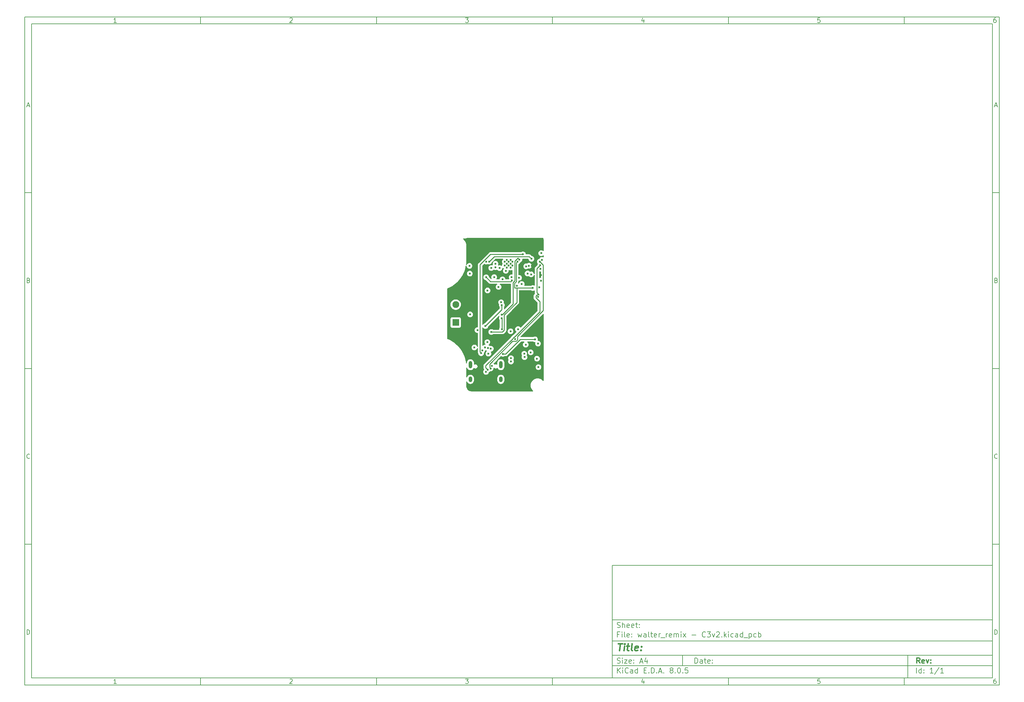
<source format=gbr>
%TF.GenerationSoftware,KiCad,Pcbnew,8.0.5*%
%TF.CreationDate,2024-12-27T02:30:00+01:00*%
%TF.ProjectId,walter_remix - C3v2,77616c74-6572-45f7-9265-6d6978202d20,rev?*%
%TF.SameCoordinates,Original*%
%TF.FileFunction,Copper,L2,Inr*%
%TF.FilePolarity,Positive*%
%FSLAX45Y45*%
G04 Gerber Fmt 4.5, Leading zero omitted, Abs format (unit mm)*
G04 Created by KiCad (PCBNEW 8.0.5) date 2024-12-27 02:30:00*
%MOMM*%
%LPD*%
G01*
G04 APERTURE LIST*
%ADD10C,0.100000*%
%ADD11C,0.150000*%
%ADD12C,0.300000*%
%ADD13C,0.400000*%
%TA.AperFunction,HeatsinkPad*%
%ADD14C,0.600000*%
%TD*%
%TA.AperFunction,ComponentPad*%
%ADD15R,1.950000X1.950000*%
%TD*%
%TA.AperFunction,ComponentPad*%
%ADD16C,1.950000*%
%TD*%
%TA.AperFunction,ComponentPad*%
%ADD17O,1.000000X1.600000*%
%TD*%
%TA.AperFunction,ComponentPad*%
%ADD18O,1.000000X2.100000*%
%TD*%
%TA.AperFunction,ViaPad*%
%ADD19C,0.600000*%
%TD*%
%TA.AperFunction,Conductor*%
%ADD20C,0.250000*%
%TD*%
G04 APERTURE END LIST*
D10*
D11*
X17700220Y-16600720D02*
X28500220Y-16600720D01*
X28500220Y-19800720D01*
X17700220Y-19800720D01*
X17700220Y-16600720D01*
D10*
D11*
X1000000Y-1000000D02*
X28700220Y-1000000D01*
X28700220Y-20000720D01*
X1000000Y-20000720D01*
X1000000Y-1000000D01*
D10*
D11*
X1200000Y-1200000D02*
X28500220Y-1200000D01*
X28500220Y-19800720D01*
X1200000Y-19800720D01*
X1200000Y-1200000D01*
D10*
D11*
X6000000Y-1200000D02*
X6000000Y-1000000D01*
D10*
D11*
X11000000Y-1200000D02*
X11000000Y-1000000D01*
D10*
D11*
X16000000Y-1200000D02*
X16000000Y-1000000D01*
D10*
D11*
X21000000Y-1200000D02*
X21000000Y-1000000D01*
D10*
D11*
X26000000Y-1200000D02*
X26000000Y-1000000D01*
D10*
D11*
X3608916Y-1159360D02*
X3534630Y-1159360D01*
X3571773Y-1159360D02*
X3571773Y-1029360D01*
X3571773Y-1029360D02*
X3559392Y-1047932D01*
X3559392Y-1047932D02*
X3547011Y-1060313D01*
X3547011Y-1060313D02*
X3534630Y-1066503D01*
D10*
D11*
X8534630Y-1041741D02*
X8540821Y-1035551D01*
X8540821Y-1035551D02*
X8553202Y-1029360D01*
X8553202Y-1029360D02*
X8584154Y-1029360D01*
X8584154Y-1029360D02*
X8596535Y-1035551D01*
X8596535Y-1035551D02*
X8602726Y-1041741D01*
X8602726Y-1041741D02*
X8608916Y-1054122D01*
X8608916Y-1054122D02*
X8608916Y-1066503D01*
X8608916Y-1066503D02*
X8602726Y-1085075D01*
X8602726Y-1085075D02*
X8528440Y-1159360D01*
X8528440Y-1159360D02*
X8608916Y-1159360D01*
D10*
D11*
X13528440Y-1029360D02*
X13608916Y-1029360D01*
X13608916Y-1029360D02*
X13565583Y-1078884D01*
X13565583Y-1078884D02*
X13584154Y-1078884D01*
X13584154Y-1078884D02*
X13596535Y-1085075D01*
X13596535Y-1085075D02*
X13602725Y-1091265D01*
X13602725Y-1091265D02*
X13608916Y-1103646D01*
X13608916Y-1103646D02*
X13608916Y-1134599D01*
X13608916Y-1134599D02*
X13602725Y-1146980D01*
X13602725Y-1146980D02*
X13596535Y-1153170D01*
X13596535Y-1153170D02*
X13584154Y-1159360D01*
X13584154Y-1159360D02*
X13547011Y-1159360D01*
X13547011Y-1159360D02*
X13534630Y-1153170D01*
X13534630Y-1153170D02*
X13528440Y-1146980D01*
D10*
D11*
X18596535Y-1072694D02*
X18596535Y-1159360D01*
X18565583Y-1023170D02*
X18534630Y-1116027D01*
X18534630Y-1116027D02*
X18615106Y-1116027D01*
D10*
D11*
X23602725Y-1029360D02*
X23540821Y-1029360D01*
X23540821Y-1029360D02*
X23534630Y-1091265D01*
X23534630Y-1091265D02*
X23540821Y-1085075D01*
X23540821Y-1085075D02*
X23553202Y-1078884D01*
X23553202Y-1078884D02*
X23584154Y-1078884D01*
X23584154Y-1078884D02*
X23596535Y-1085075D01*
X23596535Y-1085075D02*
X23602725Y-1091265D01*
X23602725Y-1091265D02*
X23608916Y-1103646D01*
X23608916Y-1103646D02*
X23608916Y-1134599D01*
X23608916Y-1134599D02*
X23602725Y-1146980D01*
X23602725Y-1146980D02*
X23596535Y-1153170D01*
X23596535Y-1153170D02*
X23584154Y-1159360D01*
X23584154Y-1159360D02*
X23553202Y-1159360D01*
X23553202Y-1159360D02*
X23540821Y-1153170D01*
X23540821Y-1153170D02*
X23534630Y-1146980D01*
D10*
D11*
X28596535Y-1029360D02*
X28571773Y-1029360D01*
X28571773Y-1029360D02*
X28559392Y-1035551D01*
X28559392Y-1035551D02*
X28553202Y-1041741D01*
X28553202Y-1041741D02*
X28540821Y-1060313D01*
X28540821Y-1060313D02*
X28534630Y-1085075D01*
X28534630Y-1085075D02*
X28534630Y-1134599D01*
X28534630Y-1134599D02*
X28540821Y-1146980D01*
X28540821Y-1146980D02*
X28547011Y-1153170D01*
X28547011Y-1153170D02*
X28559392Y-1159360D01*
X28559392Y-1159360D02*
X28584154Y-1159360D01*
X28584154Y-1159360D02*
X28596535Y-1153170D01*
X28596535Y-1153170D02*
X28602725Y-1146980D01*
X28602725Y-1146980D02*
X28608916Y-1134599D01*
X28608916Y-1134599D02*
X28608916Y-1103646D01*
X28608916Y-1103646D02*
X28602725Y-1091265D01*
X28602725Y-1091265D02*
X28596535Y-1085075D01*
X28596535Y-1085075D02*
X28584154Y-1078884D01*
X28584154Y-1078884D02*
X28559392Y-1078884D01*
X28559392Y-1078884D02*
X28547011Y-1085075D01*
X28547011Y-1085075D02*
X28540821Y-1091265D01*
X28540821Y-1091265D02*
X28534630Y-1103646D01*
D10*
D11*
X6000000Y-19800720D02*
X6000000Y-20000720D01*
D10*
D11*
X11000000Y-19800720D02*
X11000000Y-20000720D01*
D10*
D11*
X16000000Y-19800720D02*
X16000000Y-20000720D01*
D10*
D11*
X21000000Y-19800720D02*
X21000000Y-20000720D01*
D10*
D11*
X26000000Y-19800720D02*
X26000000Y-20000720D01*
D10*
D11*
X3608916Y-19960080D02*
X3534630Y-19960080D01*
X3571773Y-19960080D02*
X3571773Y-19830080D01*
X3571773Y-19830080D02*
X3559392Y-19848652D01*
X3559392Y-19848652D02*
X3547011Y-19861033D01*
X3547011Y-19861033D02*
X3534630Y-19867223D01*
D10*
D11*
X8534630Y-19842461D02*
X8540821Y-19836271D01*
X8540821Y-19836271D02*
X8553202Y-19830080D01*
X8553202Y-19830080D02*
X8584154Y-19830080D01*
X8584154Y-19830080D02*
X8596535Y-19836271D01*
X8596535Y-19836271D02*
X8602726Y-19842461D01*
X8602726Y-19842461D02*
X8608916Y-19854842D01*
X8608916Y-19854842D02*
X8608916Y-19867223D01*
X8608916Y-19867223D02*
X8602726Y-19885795D01*
X8602726Y-19885795D02*
X8528440Y-19960080D01*
X8528440Y-19960080D02*
X8608916Y-19960080D01*
D10*
D11*
X13528440Y-19830080D02*
X13608916Y-19830080D01*
X13608916Y-19830080D02*
X13565583Y-19879604D01*
X13565583Y-19879604D02*
X13584154Y-19879604D01*
X13584154Y-19879604D02*
X13596535Y-19885795D01*
X13596535Y-19885795D02*
X13602725Y-19891985D01*
X13602725Y-19891985D02*
X13608916Y-19904366D01*
X13608916Y-19904366D02*
X13608916Y-19935319D01*
X13608916Y-19935319D02*
X13602725Y-19947700D01*
X13602725Y-19947700D02*
X13596535Y-19953890D01*
X13596535Y-19953890D02*
X13584154Y-19960080D01*
X13584154Y-19960080D02*
X13547011Y-19960080D01*
X13547011Y-19960080D02*
X13534630Y-19953890D01*
X13534630Y-19953890D02*
X13528440Y-19947700D01*
D10*
D11*
X18596535Y-19873414D02*
X18596535Y-19960080D01*
X18565583Y-19823890D02*
X18534630Y-19916747D01*
X18534630Y-19916747D02*
X18615106Y-19916747D01*
D10*
D11*
X23602725Y-19830080D02*
X23540821Y-19830080D01*
X23540821Y-19830080D02*
X23534630Y-19891985D01*
X23534630Y-19891985D02*
X23540821Y-19885795D01*
X23540821Y-19885795D02*
X23553202Y-19879604D01*
X23553202Y-19879604D02*
X23584154Y-19879604D01*
X23584154Y-19879604D02*
X23596535Y-19885795D01*
X23596535Y-19885795D02*
X23602725Y-19891985D01*
X23602725Y-19891985D02*
X23608916Y-19904366D01*
X23608916Y-19904366D02*
X23608916Y-19935319D01*
X23608916Y-19935319D02*
X23602725Y-19947700D01*
X23602725Y-19947700D02*
X23596535Y-19953890D01*
X23596535Y-19953890D02*
X23584154Y-19960080D01*
X23584154Y-19960080D02*
X23553202Y-19960080D01*
X23553202Y-19960080D02*
X23540821Y-19953890D01*
X23540821Y-19953890D02*
X23534630Y-19947700D01*
D10*
D11*
X28596535Y-19830080D02*
X28571773Y-19830080D01*
X28571773Y-19830080D02*
X28559392Y-19836271D01*
X28559392Y-19836271D02*
X28553202Y-19842461D01*
X28553202Y-19842461D02*
X28540821Y-19861033D01*
X28540821Y-19861033D02*
X28534630Y-19885795D01*
X28534630Y-19885795D02*
X28534630Y-19935319D01*
X28534630Y-19935319D02*
X28540821Y-19947700D01*
X28540821Y-19947700D02*
X28547011Y-19953890D01*
X28547011Y-19953890D02*
X28559392Y-19960080D01*
X28559392Y-19960080D02*
X28584154Y-19960080D01*
X28584154Y-19960080D02*
X28596535Y-19953890D01*
X28596535Y-19953890D02*
X28602725Y-19947700D01*
X28602725Y-19947700D02*
X28608916Y-19935319D01*
X28608916Y-19935319D02*
X28608916Y-19904366D01*
X28608916Y-19904366D02*
X28602725Y-19891985D01*
X28602725Y-19891985D02*
X28596535Y-19885795D01*
X28596535Y-19885795D02*
X28584154Y-19879604D01*
X28584154Y-19879604D02*
X28559392Y-19879604D01*
X28559392Y-19879604D02*
X28547011Y-19885795D01*
X28547011Y-19885795D02*
X28540821Y-19891985D01*
X28540821Y-19891985D02*
X28534630Y-19904366D01*
D10*
D11*
X1000000Y-6000000D02*
X1200000Y-6000000D01*
D10*
D11*
X1000000Y-11000000D02*
X1200000Y-11000000D01*
D10*
D11*
X1000000Y-16000000D02*
X1200000Y-16000000D01*
D10*
D11*
X1069048Y-3522218D02*
X1130952Y-3522218D01*
X1056667Y-3559360D02*
X1100000Y-3429360D01*
X1100000Y-3429360D02*
X1143333Y-3559360D01*
D10*
D11*
X1109286Y-8491265D02*
X1127857Y-8497456D01*
X1127857Y-8497456D02*
X1134048Y-8503646D01*
X1134048Y-8503646D02*
X1140238Y-8516027D01*
X1140238Y-8516027D02*
X1140238Y-8534599D01*
X1140238Y-8534599D02*
X1134048Y-8546980D01*
X1134048Y-8546980D02*
X1127857Y-8553170D01*
X1127857Y-8553170D02*
X1115476Y-8559360D01*
X1115476Y-8559360D02*
X1065952Y-8559360D01*
X1065952Y-8559360D02*
X1065952Y-8429360D01*
X1065952Y-8429360D02*
X1109286Y-8429360D01*
X1109286Y-8429360D02*
X1121667Y-8435551D01*
X1121667Y-8435551D02*
X1127857Y-8441741D01*
X1127857Y-8441741D02*
X1134048Y-8454122D01*
X1134048Y-8454122D02*
X1134048Y-8466503D01*
X1134048Y-8466503D02*
X1127857Y-8478884D01*
X1127857Y-8478884D02*
X1121667Y-8485075D01*
X1121667Y-8485075D02*
X1109286Y-8491265D01*
X1109286Y-8491265D02*
X1065952Y-8491265D01*
D10*
D11*
X1140238Y-13546979D02*
X1134048Y-13553170D01*
X1134048Y-13553170D02*
X1115476Y-13559360D01*
X1115476Y-13559360D02*
X1103095Y-13559360D01*
X1103095Y-13559360D02*
X1084524Y-13553170D01*
X1084524Y-13553170D02*
X1072143Y-13540789D01*
X1072143Y-13540789D02*
X1065952Y-13528408D01*
X1065952Y-13528408D02*
X1059762Y-13503646D01*
X1059762Y-13503646D02*
X1059762Y-13485075D01*
X1059762Y-13485075D02*
X1065952Y-13460313D01*
X1065952Y-13460313D02*
X1072143Y-13447932D01*
X1072143Y-13447932D02*
X1084524Y-13435551D01*
X1084524Y-13435551D02*
X1103095Y-13429360D01*
X1103095Y-13429360D02*
X1115476Y-13429360D01*
X1115476Y-13429360D02*
X1134048Y-13435551D01*
X1134048Y-13435551D02*
X1140238Y-13441741D01*
D10*
D11*
X1065952Y-18559360D02*
X1065952Y-18429360D01*
X1065952Y-18429360D02*
X1096905Y-18429360D01*
X1096905Y-18429360D02*
X1115476Y-18435551D01*
X1115476Y-18435551D02*
X1127857Y-18447932D01*
X1127857Y-18447932D02*
X1134048Y-18460313D01*
X1134048Y-18460313D02*
X1140238Y-18485075D01*
X1140238Y-18485075D02*
X1140238Y-18503646D01*
X1140238Y-18503646D02*
X1134048Y-18528408D01*
X1134048Y-18528408D02*
X1127857Y-18540789D01*
X1127857Y-18540789D02*
X1115476Y-18553170D01*
X1115476Y-18553170D02*
X1096905Y-18559360D01*
X1096905Y-18559360D02*
X1065952Y-18559360D01*
D10*
D11*
X28700220Y-6000000D02*
X28500220Y-6000000D01*
D10*
D11*
X28700220Y-11000000D02*
X28500220Y-11000000D01*
D10*
D11*
X28700220Y-16000000D02*
X28500220Y-16000000D01*
D10*
D11*
X28569268Y-3522218D02*
X28631172Y-3522218D01*
X28556887Y-3559360D02*
X28600220Y-3429360D01*
X28600220Y-3429360D02*
X28643553Y-3559360D01*
D10*
D11*
X28609506Y-8491265D02*
X28628077Y-8497456D01*
X28628077Y-8497456D02*
X28634268Y-8503646D01*
X28634268Y-8503646D02*
X28640458Y-8516027D01*
X28640458Y-8516027D02*
X28640458Y-8534599D01*
X28640458Y-8534599D02*
X28634268Y-8546980D01*
X28634268Y-8546980D02*
X28628077Y-8553170D01*
X28628077Y-8553170D02*
X28615696Y-8559360D01*
X28615696Y-8559360D02*
X28566172Y-8559360D01*
X28566172Y-8559360D02*
X28566172Y-8429360D01*
X28566172Y-8429360D02*
X28609506Y-8429360D01*
X28609506Y-8429360D02*
X28621887Y-8435551D01*
X28621887Y-8435551D02*
X28628077Y-8441741D01*
X28628077Y-8441741D02*
X28634268Y-8454122D01*
X28634268Y-8454122D02*
X28634268Y-8466503D01*
X28634268Y-8466503D02*
X28628077Y-8478884D01*
X28628077Y-8478884D02*
X28621887Y-8485075D01*
X28621887Y-8485075D02*
X28609506Y-8491265D01*
X28609506Y-8491265D02*
X28566172Y-8491265D01*
D10*
D11*
X28640458Y-13546979D02*
X28634268Y-13553170D01*
X28634268Y-13553170D02*
X28615696Y-13559360D01*
X28615696Y-13559360D02*
X28603315Y-13559360D01*
X28603315Y-13559360D02*
X28584744Y-13553170D01*
X28584744Y-13553170D02*
X28572363Y-13540789D01*
X28572363Y-13540789D02*
X28566172Y-13528408D01*
X28566172Y-13528408D02*
X28559982Y-13503646D01*
X28559982Y-13503646D02*
X28559982Y-13485075D01*
X28559982Y-13485075D02*
X28566172Y-13460313D01*
X28566172Y-13460313D02*
X28572363Y-13447932D01*
X28572363Y-13447932D02*
X28584744Y-13435551D01*
X28584744Y-13435551D02*
X28603315Y-13429360D01*
X28603315Y-13429360D02*
X28615696Y-13429360D01*
X28615696Y-13429360D02*
X28634268Y-13435551D01*
X28634268Y-13435551D02*
X28640458Y-13441741D01*
D10*
D11*
X28566172Y-18559360D02*
X28566172Y-18429360D01*
X28566172Y-18429360D02*
X28597125Y-18429360D01*
X28597125Y-18429360D02*
X28615696Y-18435551D01*
X28615696Y-18435551D02*
X28628077Y-18447932D01*
X28628077Y-18447932D02*
X28634268Y-18460313D01*
X28634268Y-18460313D02*
X28640458Y-18485075D01*
X28640458Y-18485075D02*
X28640458Y-18503646D01*
X28640458Y-18503646D02*
X28634268Y-18528408D01*
X28634268Y-18528408D02*
X28628077Y-18540789D01*
X28628077Y-18540789D02*
X28615696Y-18553170D01*
X28615696Y-18553170D02*
X28597125Y-18559360D01*
X28597125Y-18559360D02*
X28566172Y-18559360D01*
D10*
D11*
X20045803Y-19379333D02*
X20045803Y-19229333D01*
X20045803Y-19229333D02*
X20081517Y-19229333D01*
X20081517Y-19229333D02*
X20102946Y-19236476D01*
X20102946Y-19236476D02*
X20117231Y-19250761D01*
X20117231Y-19250761D02*
X20124374Y-19265047D01*
X20124374Y-19265047D02*
X20131517Y-19293619D01*
X20131517Y-19293619D02*
X20131517Y-19315047D01*
X20131517Y-19315047D02*
X20124374Y-19343619D01*
X20124374Y-19343619D02*
X20117231Y-19357904D01*
X20117231Y-19357904D02*
X20102946Y-19372190D01*
X20102946Y-19372190D02*
X20081517Y-19379333D01*
X20081517Y-19379333D02*
X20045803Y-19379333D01*
X20260088Y-19379333D02*
X20260088Y-19300761D01*
X20260088Y-19300761D02*
X20252946Y-19286476D01*
X20252946Y-19286476D02*
X20238660Y-19279333D01*
X20238660Y-19279333D02*
X20210088Y-19279333D01*
X20210088Y-19279333D02*
X20195803Y-19286476D01*
X20260088Y-19372190D02*
X20245803Y-19379333D01*
X20245803Y-19379333D02*
X20210088Y-19379333D01*
X20210088Y-19379333D02*
X20195803Y-19372190D01*
X20195803Y-19372190D02*
X20188660Y-19357904D01*
X20188660Y-19357904D02*
X20188660Y-19343619D01*
X20188660Y-19343619D02*
X20195803Y-19329333D01*
X20195803Y-19329333D02*
X20210088Y-19322190D01*
X20210088Y-19322190D02*
X20245803Y-19322190D01*
X20245803Y-19322190D02*
X20260088Y-19315047D01*
X20310088Y-19279333D02*
X20367231Y-19279333D01*
X20331517Y-19229333D02*
X20331517Y-19357904D01*
X20331517Y-19357904D02*
X20338660Y-19372190D01*
X20338660Y-19372190D02*
X20352946Y-19379333D01*
X20352946Y-19379333D02*
X20367231Y-19379333D01*
X20474374Y-19372190D02*
X20460088Y-19379333D01*
X20460088Y-19379333D02*
X20431517Y-19379333D01*
X20431517Y-19379333D02*
X20417231Y-19372190D01*
X20417231Y-19372190D02*
X20410088Y-19357904D01*
X20410088Y-19357904D02*
X20410088Y-19300761D01*
X20410088Y-19300761D02*
X20417231Y-19286476D01*
X20417231Y-19286476D02*
X20431517Y-19279333D01*
X20431517Y-19279333D02*
X20460088Y-19279333D01*
X20460088Y-19279333D02*
X20474374Y-19286476D01*
X20474374Y-19286476D02*
X20481517Y-19300761D01*
X20481517Y-19300761D02*
X20481517Y-19315047D01*
X20481517Y-19315047D02*
X20410088Y-19329333D01*
X20545803Y-19365047D02*
X20552946Y-19372190D01*
X20552946Y-19372190D02*
X20545803Y-19379333D01*
X20545803Y-19379333D02*
X20538660Y-19372190D01*
X20538660Y-19372190D02*
X20545803Y-19365047D01*
X20545803Y-19365047D02*
X20545803Y-19379333D01*
X20545803Y-19286476D02*
X20552946Y-19293619D01*
X20552946Y-19293619D02*
X20545803Y-19300761D01*
X20545803Y-19300761D02*
X20538660Y-19293619D01*
X20538660Y-19293619D02*
X20545803Y-19286476D01*
X20545803Y-19286476D02*
X20545803Y-19300761D01*
D10*
D11*
X17700220Y-19450720D02*
X28500220Y-19450720D01*
D10*
D11*
X17845803Y-19659333D02*
X17845803Y-19509333D01*
X17931517Y-19659333D02*
X17867231Y-19573619D01*
X17931517Y-19509333D02*
X17845803Y-19595047D01*
X17995803Y-19659333D02*
X17995803Y-19559333D01*
X17995803Y-19509333D02*
X17988660Y-19516476D01*
X17988660Y-19516476D02*
X17995803Y-19523619D01*
X17995803Y-19523619D02*
X18002946Y-19516476D01*
X18002946Y-19516476D02*
X17995803Y-19509333D01*
X17995803Y-19509333D02*
X17995803Y-19523619D01*
X18152946Y-19645047D02*
X18145803Y-19652190D01*
X18145803Y-19652190D02*
X18124374Y-19659333D01*
X18124374Y-19659333D02*
X18110088Y-19659333D01*
X18110088Y-19659333D02*
X18088660Y-19652190D01*
X18088660Y-19652190D02*
X18074374Y-19637904D01*
X18074374Y-19637904D02*
X18067231Y-19623619D01*
X18067231Y-19623619D02*
X18060088Y-19595047D01*
X18060088Y-19595047D02*
X18060088Y-19573619D01*
X18060088Y-19573619D02*
X18067231Y-19545047D01*
X18067231Y-19545047D02*
X18074374Y-19530761D01*
X18074374Y-19530761D02*
X18088660Y-19516476D01*
X18088660Y-19516476D02*
X18110088Y-19509333D01*
X18110088Y-19509333D02*
X18124374Y-19509333D01*
X18124374Y-19509333D02*
X18145803Y-19516476D01*
X18145803Y-19516476D02*
X18152946Y-19523619D01*
X18281517Y-19659333D02*
X18281517Y-19580761D01*
X18281517Y-19580761D02*
X18274374Y-19566476D01*
X18274374Y-19566476D02*
X18260088Y-19559333D01*
X18260088Y-19559333D02*
X18231517Y-19559333D01*
X18231517Y-19559333D02*
X18217231Y-19566476D01*
X18281517Y-19652190D02*
X18267231Y-19659333D01*
X18267231Y-19659333D02*
X18231517Y-19659333D01*
X18231517Y-19659333D02*
X18217231Y-19652190D01*
X18217231Y-19652190D02*
X18210088Y-19637904D01*
X18210088Y-19637904D02*
X18210088Y-19623619D01*
X18210088Y-19623619D02*
X18217231Y-19609333D01*
X18217231Y-19609333D02*
X18231517Y-19602190D01*
X18231517Y-19602190D02*
X18267231Y-19602190D01*
X18267231Y-19602190D02*
X18281517Y-19595047D01*
X18417231Y-19659333D02*
X18417231Y-19509333D01*
X18417231Y-19652190D02*
X18402946Y-19659333D01*
X18402946Y-19659333D02*
X18374374Y-19659333D01*
X18374374Y-19659333D02*
X18360088Y-19652190D01*
X18360088Y-19652190D02*
X18352946Y-19645047D01*
X18352946Y-19645047D02*
X18345803Y-19630761D01*
X18345803Y-19630761D02*
X18345803Y-19587904D01*
X18345803Y-19587904D02*
X18352946Y-19573619D01*
X18352946Y-19573619D02*
X18360088Y-19566476D01*
X18360088Y-19566476D02*
X18374374Y-19559333D01*
X18374374Y-19559333D02*
X18402946Y-19559333D01*
X18402946Y-19559333D02*
X18417231Y-19566476D01*
X18602946Y-19580761D02*
X18652946Y-19580761D01*
X18674374Y-19659333D02*
X18602946Y-19659333D01*
X18602946Y-19659333D02*
X18602946Y-19509333D01*
X18602946Y-19509333D02*
X18674374Y-19509333D01*
X18738660Y-19645047D02*
X18745803Y-19652190D01*
X18745803Y-19652190D02*
X18738660Y-19659333D01*
X18738660Y-19659333D02*
X18731517Y-19652190D01*
X18731517Y-19652190D02*
X18738660Y-19645047D01*
X18738660Y-19645047D02*
X18738660Y-19659333D01*
X18810088Y-19659333D02*
X18810088Y-19509333D01*
X18810088Y-19509333D02*
X18845803Y-19509333D01*
X18845803Y-19509333D02*
X18867231Y-19516476D01*
X18867231Y-19516476D02*
X18881517Y-19530761D01*
X18881517Y-19530761D02*
X18888660Y-19545047D01*
X18888660Y-19545047D02*
X18895803Y-19573619D01*
X18895803Y-19573619D02*
X18895803Y-19595047D01*
X18895803Y-19595047D02*
X18888660Y-19623619D01*
X18888660Y-19623619D02*
X18881517Y-19637904D01*
X18881517Y-19637904D02*
X18867231Y-19652190D01*
X18867231Y-19652190D02*
X18845803Y-19659333D01*
X18845803Y-19659333D02*
X18810088Y-19659333D01*
X18960088Y-19645047D02*
X18967231Y-19652190D01*
X18967231Y-19652190D02*
X18960088Y-19659333D01*
X18960088Y-19659333D02*
X18952946Y-19652190D01*
X18952946Y-19652190D02*
X18960088Y-19645047D01*
X18960088Y-19645047D02*
X18960088Y-19659333D01*
X19024374Y-19616476D02*
X19095803Y-19616476D01*
X19010089Y-19659333D02*
X19060089Y-19509333D01*
X19060089Y-19509333D02*
X19110089Y-19659333D01*
X19160088Y-19645047D02*
X19167231Y-19652190D01*
X19167231Y-19652190D02*
X19160088Y-19659333D01*
X19160088Y-19659333D02*
X19152946Y-19652190D01*
X19152946Y-19652190D02*
X19160088Y-19645047D01*
X19160088Y-19645047D02*
X19160088Y-19659333D01*
X19367231Y-19573619D02*
X19352946Y-19566476D01*
X19352946Y-19566476D02*
X19345803Y-19559333D01*
X19345803Y-19559333D02*
X19338660Y-19545047D01*
X19338660Y-19545047D02*
X19338660Y-19537904D01*
X19338660Y-19537904D02*
X19345803Y-19523619D01*
X19345803Y-19523619D02*
X19352946Y-19516476D01*
X19352946Y-19516476D02*
X19367231Y-19509333D01*
X19367231Y-19509333D02*
X19395803Y-19509333D01*
X19395803Y-19509333D02*
X19410089Y-19516476D01*
X19410089Y-19516476D02*
X19417231Y-19523619D01*
X19417231Y-19523619D02*
X19424374Y-19537904D01*
X19424374Y-19537904D02*
X19424374Y-19545047D01*
X19424374Y-19545047D02*
X19417231Y-19559333D01*
X19417231Y-19559333D02*
X19410089Y-19566476D01*
X19410089Y-19566476D02*
X19395803Y-19573619D01*
X19395803Y-19573619D02*
X19367231Y-19573619D01*
X19367231Y-19573619D02*
X19352946Y-19580761D01*
X19352946Y-19580761D02*
X19345803Y-19587904D01*
X19345803Y-19587904D02*
X19338660Y-19602190D01*
X19338660Y-19602190D02*
X19338660Y-19630761D01*
X19338660Y-19630761D02*
X19345803Y-19645047D01*
X19345803Y-19645047D02*
X19352946Y-19652190D01*
X19352946Y-19652190D02*
X19367231Y-19659333D01*
X19367231Y-19659333D02*
X19395803Y-19659333D01*
X19395803Y-19659333D02*
X19410089Y-19652190D01*
X19410089Y-19652190D02*
X19417231Y-19645047D01*
X19417231Y-19645047D02*
X19424374Y-19630761D01*
X19424374Y-19630761D02*
X19424374Y-19602190D01*
X19424374Y-19602190D02*
X19417231Y-19587904D01*
X19417231Y-19587904D02*
X19410089Y-19580761D01*
X19410089Y-19580761D02*
X19395803Y-19573619D01*
X19488660Y-19645047D02*
X19495803Y-19652190D01*
X19495803Y-19652190D02*
X19488660Y-19659333D01*
X19488660Y-19659333D02*
X19481517Y-19652190D01*
X19481517Y-19652190D02*
X19488660Y-19645047D01*
X19488660Y-19645047D02*
X19488660Y-19659333D01*
X19588660Y-19509333D02*
X19602946Y-19509333D01*
X19602946Y-19509333D02*
X19617231Y-19516476D01*
X19617231Y-19516476D02*
X19624374Y-19523619D01*
X19624374Y-19523619D02*
X19631517Y-19537904D01*
X19631517Y-19537904D02*
X19638660Y-19566476D01*
X19638660Y-19566476D02*
X19638660Y-19602190D01*
X19638660Y-19602190D02*
X19631517Y-19630761D01*
X19631517Y-19630761D02*
X19624374Y-19645047D01*
X19624374Y-19645047D02*
X19617231Y-19652190D01*
X19617231Y-19652190D02*
X19602946Y-19659333D01*
X19602946Y-19659333D02*
X19588660Y-19659333D01*
X19588660Y-19659333D02*
X19574374Y-19652190D01*
X19574374Y-19652190D02*
X19567231Y-19645047D01*
X19567231Y-19645047D02*
X19560088Y-19630761D01*
X19560088Y-19630761D02*
X19552946Y-19602190D01*
X19552946Y-19602190D02*
X19552946Y-19566476D01*
X19552946Y-19566476D02*
X19560088Y-19537904D01*
X19560088Y-19537904D02*
X19567231Y-19523619D01*
X19567231Y-19523619D02*
X19574374Y-19516476D01*
X19574374Y-19516476D02*
X19588660Y-19509333D01*
X19702946Y-19645047D02*
X19710088Y-19652190D01*
X19710088Y-19652190D02*
X19702946Y-19659333D01*
X19702946Y-19659333D02*
X19695803Y-19652190D01*
X19695803Y-19652190D02*
X19702946Y-19645047D01*
X19702946Y-19645047D02*
X19702946Y-19659333D01*
X19845803Y-19509333D02*
X19774374Y-19509333D01*
X19774374Y-19509333D02*
X19767231Y-19580761D01*
X19767231Y-19580761D02*
X19774374Y-19573619D01*
X19774374Y-19573619D02*
X19788660Y-19566476D01*
X19788660Y-19566476D02*
X19824374Y-19566476D01*
X19824374Y-19566476D02*
X19838660Y-19573619D01*
X19838660Y-19573619D02*
X19845803Y-19580761D01*
X19845803Y-19580761D02*
X19852946Y-19595047D01*
X19852946Y-19595047D02*
X19852946Y-19630761D01*
X19852946Y-19630761D02*
X19845803Y-19645047D01*
X19845803Y-19645047D02*
X19838660Y-19652190D01*
X19838660Y-19652190D02*
X19824374Y-19659333D01*
X19824374Y-19659333D02*
X19788660Y-19659333D01*
X19788660Y-19659333D02*
X19774374Y-19652190D01*
X19774374Y-19652190D02*
X19767231Y-19645047D01*
D10*
D11*
X17700220Y-19150720D02*
X28500220Y-19150720D01*
D10*
D12*
X26441385Y-19378553D02*
X26391385Y-19307124D01*
X26355671Y-19378553D02*
X26355671Y-19228553D01*
X26355671Y-19228553D02*
X26412814Y-19228553D01*
X26412814Y-19228553D02*
X26427100Y-19235696D01*
X26427100Y-19235696D02*
X26434242Y-19242839D01*
X26434242Y-19242839D02*
X26441385Y-19257124D01*
X26441385Y-19257124D02*
X26441385Y-19278553D01*
X26441385Y-19278553D02*
X26434242Y-19292839D01*
X26434242Y-19292839D02*
X26427100Y-19299981D01*
X26427100Y-19299981D02*
X26412814Y-19307124D01*
X26412814Y-19307124D02*
X26355671Y-19307124D01*
X26562814Y-19371410D02*
X26548528Y-19378553D01*
X26548528Y-19378553D02*
X26519957Y-19378553D01*
X26519957Y-19378553D02*
X26505671Y-19371410D01*
X26505671Y-19371410D02*
X26498528Y-19357124D01*
X26498528Y-19357124D02*
X26498528Y-19299981D01*
X26498528Y-19299981D02*
X26505671Y-19285696D01*
X26505671Y-19285696D02*
X26519957Y-19278553D01*
X26519957Y-19278553D02*
X26548528Y-19278553D01*
X26548528Y-19278553D02*
X26562814Y-19285696D01*
X26562814Y-19285696D02*
X26569957Y-19299981D01*
X26569957Y-19299981D02*
X26569957Y-19314267D01*
X26569957Y-19314267D02*
X26498528Y-19328553D01*
X26619957Y-19278553D02*
X26655671Y-19378553D01*
X26655671Y-19378553D02*
X26691385Y-19278553D01*
X26748528Y-19364267D02*
X26755671Y-19371410D01*
X26755671Y-19371410D02*
X26748528Y-19378553D01*
X26748528Y-19378553D02*
X26741385Y-19371410D01*
X26741385Y-19371410D02*
X26748528Y-19364267D01*
X26748528Y-19364267D02*
X26748528Y-19378553D01*
X26748528Y-19285696D02*
X26755671Y-19292839D01*
X26755671Y-19292839D02*
X26748528Y-19299981D01*
X26748528Y-19299981D02*
X26741385Y-19292839D01*
X26741385Y-19292839D02*
X26748528Y-19285696D01*
X26748528Y-19285696D02*
X26748528Y-19299981D01*
D10*
D11*
X17838660Y-19372190D02*
X17860088Y-19379333D01*
X17860088Y-19379333D02*
X17895803Y-19379333D01*
X17895803Y-19379333D02*
X17910088Y-19372190D01*
X17910088Y-19372190D02*
X17917231Y-19365047D01*
X17917231Y-19365047D02*
X17924374Y-19350761D01*
X17924374Y-19350761D02*
X17924374Y-19336476D01*
X17924374Y-19336476D02*
X17917231Y-19322190D01*
X17917231Y-19322190D02*
X17910088Y-19315047D01*
X17910088Y-19315047D02*
X17895803Y-19307904D01*
X17895803Y-19307904D02*
X17867231Y-19300761D01*
X17867231Y-19300761D02*
X17852946Y-19293619D01*
X17852946Y-19293619D02*
X17845803Y-19286476D01*
X17845803Y-19286476D02*
X17838660Y-19272190D01*
X17838660Y-19272190D02*
X17838660Y-19257904D01*
X17838660Y-19257904D02*
X17845803Y-19243619D01*
X17845803Y-19243619D02*
X17852946Y-19236476D01*
X17852946Y-19236476D02*
X17867231Y-19229333D01*
X17867231Y-19229333D02*
X17902946Y-19229333D01*
X17902946Y-19229333D02*
X17924374Y-19236476D01*
X17988660Y-19379333D02*
X17988660Y-19279333D01*
X17988660Y-19229333D02*
X17981517Y-19236476D01*
X17981517Y-19236476D02*
X17988660Y-19243619D01*
X17988660Y-19243619D02*
X17995803Y-19236476D01*
X17995803Y-19236476D02*
X17988660Y-19229333D01*
X17988660Y-19229333D02*
X17988660Y-19243619D01*
X18045803Y-19279333D02*
X18124374Y-19279333D01*
X18124374Y-19279333D02*
X18045803Y-19379333D01*
X18045803Y-19379333D02*
X18124374Y-19379333D01*
X18238660Y-19372190D02*
X18224374Y-19379333D01*
X18224374Y-19379333D02*
X18195803Y-19379333D01*
X18195803Y-19379333D02*
X18181517Y-19372190D01*
X18181517Y-19372190D02*
X18174374Y-19357904D01*
X18174374Y-19357904D02*
X18174374Y-19300761D01*
X18174374Y-19300761D02*
X18181517Y-19286476D01*
X18181517Y-19286476D02*
X18195803Y-19279333D01*
X18195803Y-19279333D02*
X18224374Y-19279333D01*
X18224374Y-19279333D02*
X18238660Y-19286476D01*
X18238660Y-19286476D02*
X18245803Y-19300761D01*
X18245803Y-19300761D02*
X18245803Y-19315047D01*
X18245803Y-19315047D02*
X18174374Y-19329333D01*
X18310088Y-19365047D02*
X18317231Y-19372190D01*
X18317231Y-19372190D02*
X18310088Y-19379333D01*
X18310088Y-19379333D02*
X18302946Y-19372190D01*
X18302946Y-19372190D02*
X18310088Y-19365047D01*
X18310088Y-19365047D02*
X18310088Y-19379333D01*
X18310088Y-19286476D02*
X18317231Y-19293619D01*
X18317231Y-19293619D02*
X18310088Y-19300761D01*
X18310088Y-19300761D02*
X18302946Y-19293619D01*
X18302946Y-19293619D02*
X18310088Y-19286476D01*
X18310088Y-19286476D02*
X18310088Y-19300761D01*
X18488660Y-19336476D02*
X18560088Y-19336476D01*
X18474374Y-19379333D02*
X18524374Y-19229333D01*
X18524374Y-19229333D02*
X18574374Y-19379333D01*
X18688660Y-19279333D02*
X18688660Y-19379333D01*
X18652946Y-19222190D02*
X18617231Y-19329333D01*
X18617231Y-19329333D02*
X18710088Y-19329333D01*
D10*
D11*
X26345803Y-19659333D02*
X26345803Y-19509333D01*
X26481517Y-19659333D02*
X26481517Y-19509333D01*
X26481517Y-19652190D02*
X26467231Y-19659333D01*
X26467231Y-19659333D02*
X26438660Y-19659333D01*
X26438660Y-19659333D02*
X26424374Y-19652190D01*
X26424374Y-19652190D02*
X26417231Y-19645047D01*
X26417231Y-19645047D02*
X26410088Y-19630761D01*
X26410088Y-19630761D02*
X26410088Y-19587904D01*
X26410088Y-19587904D02*
X26417231Y-19573619D01*
X26417231Y-19573619D02*
X26424374Y-19566476D01*
X26424374Y-19566476D02*
X26438660Y-19559333D01*
X26438660Y-19559333D02*
X26467231Y-19559333D01*
X26467231Y-19559333D02*
X26481517Y-19566476D01*
X26552945Y-19645047D02*
X26560088Y-19652190D01*
X26560088Y-19652190D02*
X26552945Y-19659333D01*
X26552945Y-19659333D02*
X26545803Y-19652190D01*
X26545803Y-19652190D02*
X26552945Y-19645047D01*
X26552945Y-19645047D02*
X26552945Y-19659333D01*
X26552945Y-19566476D02*
X26560088Y-19573619D01*
X26560088Y-19573619D02*
X26552945Y-19580761D01*
X26552945Y-19580761D02*
X26545803Y-19573619D01*
X26545803Y-19573619D02*
X26552945Y-19566476D01*
X26552945Y-19566476D02*
X26552945Y-19580761D01*
X26817231Y-19659333D02*
X26731517Y-19659333D01*
X26774374Y-19659333D02*
X26774374Y-19509333D01*
X26774374Y-19509333D02*
X26760088Y-19530761D01*
X26760088Y-19530761D02*
X26745803Y-19545047D01*
X26745803Y-19545047D02*
X26731517Y-19552190D01*
X26988660Y-19502190D02*
X26860088Y-19695047D01*
X27117231Y-19659333D02*
X27031517Y-19659333D01*
X27074374Y-19659333D02*
X27074374Y-19509333D01*
X27074374Y-19509333D02*
X27060088Y-19530761D01*
X27060088Y-19530761D02*
X27045803Y-19545047D01*
X27045803Y-19545047D02*
X27031517Y-19552190D01*
D10*
D11*
X17700220Y-18750720D02*
X28500220Y-18750720D01*
D10*
D13*
X17869393Y-18821164D02*
X17983679Y-18821164D01*
X17901536Y-19021164D02*
X17926536Y-18821164D01*
X18025345Y-19021164D02*
X18042012Y-18887830D01*
X18050345Y-18821164D02*
X18039631Y-18830688D01*
X18039631Y-18830688D02*
X18047964Y-18840211D01*
X18047964Y-18840211D02*
X18058679Y-18830688D01*
X18058679Y-18830688D02*
X18050345Y-18821164D01*
X18050345Y-18821164D02*
X18047964Y-18840211D01*
X18108679Y-18887830D02*
X18184869Y-18887830D01*
X18145583Y-18821164D02*
X18124155Y-18992592D01*
X18124155Y-18992592D02*
X18131298Y-19011640D01*
X18131298Y-19011640D02*
X18149155Y-19021164D01*
X18149155Y-19021164D02*
X18168202Y-19021164D01*
X18263441Y-19021164D02*
X18245583Y-19011640D01*
X18245583Y-19011640D02*
X18238441Y-18992592D01*
X18238441Y-18992592D02*
X18259869Y-18821164D01*
X18417012Y-19011640D02*
X18396774Y-19021164D01*
X18396774Y-19021164D02*
X18358679Y-19021164D01*
X18358679Y-19021164D02*
X18340821Y-19011640D01*
X18340821Y-19011640D02*
X18333679Y-18992592D01*
X18333679Y-18992592D02*
X18343202Y-18916402D01*
X18343202Y-18916402D02*
X18355107Y-18897354D01*
X18355107Y-18897354D02*
X18375345Y-18887830D01*
X18375345Y-18887830D02*
X18413440Y-18887830D01*
X18413440Y-18887830D02*
X18431298Y-18897354D01*
X18431298Y-18897354D02*
X18438440Y-18916402D01*
X18438440Y-18916402D02*
X18436060Y-18935450D01*
X18436060Y-18935450D02*
X18338440Y-18954497D01*
X18513441Y-19002116D02*
X18521774Y-19011640D01*
X18521774Y-19011640D02*
X18511060Y-19021164D01*
X18511060Y-19021164D02*
X18502726Y-19011640D01*
X18502726Y-19011640D02*
X18513441Y-19002116D01*
X18513441Y-19002116D02*
X18511060Y-19021164D01*
X18526536Y-18897354D02*
X18534869Y-18906878D01*
X18534869Y-18906878D02*
X18524155Y-18916402D01*
X18524155Y-18916402D02*
X18515821Y-18906878D01*
X18515821Y-18906878D02*
X18526536Y-18897354D01*
X18526536Y-18897354D02*
X18524155Y-18916402D01*
D10*
D11*
X17895803Y-18560761D02*
X17845803Y-18560761D01*
X17845803Y-18639333D02*
X17845803Y-18489333D01*
X17845803Y-18489333D02*
X17917231Y-18489333D01*
X17974374Y-18639333D02*
X17974374Y-18539333D01*
X17974374Y-18489333D02*
X17967231Y-18496476D01*
X17967231Y-18496476D02*
X17974374Y-18503619D01*
X17974374Y-18503619D02*
X17981517Y-18496476D01*
X17981517Y-18496476D02*
X17974374Y-18489333D01*
X17974374Y-18489333D02*
X17974374Y-18503619D01*
X18067231Y-18639333D02*
X18052946Y-18632190D01*
X18052946Y-18632190D02*
X18045803Y-18617904D01*
X18045803Y-18617904D02*
X18045803Y-18489333D01*
X18181517Y-18632190D02*
X18167231Y-18639333D01*
X18167231Y-18639333D02*
X18138660Y-18639333D01*
X18138660Y-18639333D02*
X18124374Y-18632190D01*
X18124374Y-18632190D02*
X18117231Y-18617904D01*
X18117231Y-18617904D02*
X18117231Y-18560761D01*
X18117231Y-18560761D02*
X18124374Y-18546476D01*
X18124374Y-18546476D02*
X18138660Y-18539333D01*
X18138660Y-18539333D02*
X18167231Y-18539333D01*
X18167231Y-18539333D02*
X18181517Y-18546476D01*
X18181517Y-18546476D02*
X18188660Y-18560761D01*
X18188660Y-18560761D02*
X18188660Y-18575047D01*
X18188660Y-18575047D02*
X18117231Y-18589333D01*
X18252945Y-18625047D02*
X18260088Y-18632190D01*
X18260088Y-18632190D02*
X18252945Y-18639333D01*
X18252945Y-18639333D02*
X18245803Y-18632190D01*
X18245803Y-18632190D02*
X18252945Y-18625047D01*
X18252945Y-18625047D02*
X18252945Y-18639333D01*
X18252945Y-18546476D02*
X18260088Y-18553619D01*
X18260088Y-18553619D02*
X18252945Y-18560761D01*
X18252945Y-18560761D02*
X18245803Y-18553619D01*
X18245803Y-18553619D02*
X18252945Y-18546476D01*
X18252945Y-18546476D02*
X18252945Y-18560761D01*
X18424374Y-18539333D02*
X18452946Y-18639333D01*
X18452946Y-18639333D02*
X18481517Y-18567904D01*
X18481517Y-18567904D02*
X18510088Y-18639333D01*
X18510088Y-18639333D02*
X18538660Y-18539333D01*
X18660088Y-18639333D02*
X18660088Y-18560761D01*
X18660088Y-18560761D02*
X18652946Y-18546476D01*
X18652946Y-18546476D02*
X18638660Y-18539333D01*
X18638660Y-18539333D02*
X18610088Y-18539333D01*
X18610088Y-18539333D02*
X18595803Y-18546476D01*
X18660088Y-18632190D02*
X18645803Y-18639333D01*
X18645803Y-18639333D02*
X18610088Y-18639333D01*
X18610088Y-18639333D02*
X18595803Y-18632190D01*
X18595803Y-18632190D02*
X18588660Y-18617904D01*
X18588660Y-18617904D02*
X18588660Y-18603619D01*
X18588660Y-18603619D02*
X18595803Y-18589333D01*
X18595803Y-18589333D02*
X18610088Y-18582190D01*
X18610088Y-18582190D02*
X18645803Y-18582190D01*
X18645803Y-18582190D02*
X18660088Y-18575047D01*
X18752946Y-18639333D02*
X18738660Y-18632190D01*
X18738660Y-18632190D02*
X18731517Y-18617904D01*
X18731517Y-18617904D02*
X18731517Y-18489333D01*
X18788660Y-18539333D02*
X18845803Y-18539333D01*
X18810088Y-18489333D02*
X18810088Y-18617904D01*
X18810088Y-18617904D02*
X18817231Y-18632190D01*
X18817231Y-18632190D02*
X18831517Y-18639333D01*
X18831517Y-18639333D02*
X18845803Y-18639333D01*
X18952946Y-18632190D02*
X18938660Y-18639333D01*
X18938660Y-18639333D02*
X18910088Y-18639333D01*
X18910088Y-18639333D02*
X18895803Y-18632190D01*
X18895803Y-18632190D02*
X18888660Y-18617904D01*
X18888660Y-18617904D02*
X18888660Y-18560761D01*
X18888660Y-18560761D02*
X18895803Y-18546476D01*
X18895803Y-18546476D02*
X18910088Y-18539333D01*
X18910088Y-18539333D02*
X18938660Y-18539333D01*
X18938660Y-18539333D02*
X18952946Y-18546476D01*
X18952946Y-18546476D02*
X18960088Y-18560761D01*
X18960088Y-18560761D02*
X18960088Y-18575047D01*
X18960088Y-18575047D02*
X18888660Y-18589333D01*
X19024374Y-18639333D02*
X19024374Y-18539333D01*
X19024374Y-18567904D02*
X19031517Y-18553619D01*
X19031517Y-18553619D02*
X19038660Y-18546476D01*
X19038660Y-18546476D02*
X19052946Y-18539333D01*
X19052946Y-18539333D02*
X19067231Y-18539333D01*
X19081517Y-18653619D02*
X19195803Y-18653619D01*
X19231517Y-18639333D02*
X19231517Y-18539333D01*
X19231517Y-18567904D02*
X19238660Y-18553619D01*
X19238660Y-18553619D02*
X19245803Y-18546476D01*
X19245803Y-18546476D02*
X19260088Y-18539333D01*
X19260088Y-18539333D02*
X19274374Y-18539333D01*
X19381517Y-18632190D02*
X19367231Y-18639333D01*
X19367231Y-18639333D02*
X19338660Y-18639333D01*
X19338660Y-18639333D02*
X19324374Y-18632190D01*
X19324374Y-18632190D02*
X19317231Y-18617904D01*
X19317231Y-18617904D02*
X19317231Y-18560761D01*
X19317231Y-18560761D02*
X19324374Y-18546476D01*
X19324374Y-18546476D02*
X19338660Y-18539333D01*
X19338660Y-18539333D02*
X19367231Y-18539333D01*
X19367231Y-18539333D02*
X19381517Y-18546476D01*
X19381517Y-18546476D02*
X19388660Y-18560761D01*
X19388660Y-18560761D02*
X19388660Y-18575047D01*
X19388660Y-18575047D02*
X19317231Y-18589333D01*
X19452945Y-18639333D02*
X19452945Y-18539333D01*
X19452945Y-18553619D02*
X19460088Y-18546476D01*
X19460088Y-18546476D02*
X19474374Y-18539333D01*
X19474374Y-18539333D02*
X19495803Y-18539333D01*
X19495803Y-18539333D02*
X19510088Y-18546476D01*
X19510088Y-18546476D02*
X19517231Y-18560761D01*
X19517231Y-18560761D02*
X19517231Y-18639333D01*
X19517231Y-18560761D02*
X19524374Y-18546476D01*
X19524374Y-18546476D02*
X19538660Y-18539333D01*
X19538660Y-18539333D02*
X19560088Y-18539333D01*
X19560088Y-18539333D02*
X19574374Y-18546476D01*
X19574374Y-18546476D02*
X19581517Y-18560761D01*
X19581517Y-18560761D02*
X19581517Y-18639333D01*
X19652945Y-18639333D02*
X19652945Y-18539333D01*
X19652945Y-18489333D02*
X19645803Y-18496476D01*
X19645803Y-18496476D02*
X19652945Y-18503619D01*
X19652945Y-18503619D02*
X19660088Y-18496476D01*
X19660088Y-18496476D02*
X19652945Y-18489333D01*
X19652945Y-18489333D02*
X19652945Y-18503619D01*
X19710088Y-18639333D02*
X19788660Y-18539333D01*
X19710088Y-18539333D02*
X19788660Y-18639333D01*
X19960088Y-18582190D02*
X20074374Y-18582190D01*
X20345803Y-18625047D02*
X20338660Y-18632190D01*
X20338660Y-18632190D02*
X20317231Y-18639333D01*
X20317231Y-18639333D02*
X20302945Y-18639333D01*
X20302945Y-18639333D02*
X20281517Y-18632190D01*
X20281517Y-18632190D02*
X20267231Y-18617904D01*
X20267231Y-18617904D02*
X20260088Y-18603619D01*
X20260088Y-18603619D02*
X20252945Y-18575047D01*
X20252945Y-18575047D02*
X20252945Y-18553619D01*
X20252945Y-18553619D02*
X20260088Y-18525047D01*
X20260088Y-18525047D02*
X20267231Y-18510761D01*
X20267231Y-18510761D02*
X20281517Y-18496476D01*
X20281517Y-18496476D02*
X20302945Y-18489333D01*
X20302945Y-18489333D02*
X20317231Y-18489333D01*
X20317231Y-18489333D02*
X20338660Y-18496476D01*
X20338660Y-18496476D02*
X20345803Y-18503619D01*
X20395803Y-18489333D02*
X20488660Y-18489333D01*
X20488660Y-18489333D02*
X20438660Y-18546476D01*
X20438660Y-18546476D02*
X20460088Y-18546476D01*
X20460088Y-18546476D02*
X20474374Y-18553619D01*
X20474374Y-18553619D02*
X20481517Y-18560761D01*
X20481517Y-18560761D02*
X20488660Y-18575047D01*
X20488660Y-18575047D02*
X20488660Y-18610761D01*
X20488660Y-18610761D02*
X20481517Y-18625047D01*
X20481517Y-18625047D02*
X20474374Y-18632190D01*
X20474374Y-18632190D02*
X20460088Y-18639333D01*
X20460088Y-18639333D02*
X20417231Y-18639333D01*
X20417231Y-18639333D02*
X20402945Y-18632190D01*
X20402945Y-18632190D02*
X20395803Y-18625047D01*
X20538660Y-18539333D02*
X20574374Y-18639333D01*
X20574374Y-18639333D02*
X20610088Y-18539333D01*
X20660088Y-18503619D02*
X20667231Y-18496476D01*
X20667231Y-18496476D02*
X20681517Y-18489333D01*
X20681517Y-18489333D02*
X20717231Y-18489333D01*
X20717231Y-18489333D02*
X20731517Y-18496476D01*
X20731517Y-18496476D02*
X20738660Y-18503619D01*
X20738660Y-18503619D02*
X20745803Y-18517904D01*
X20745803Y-18517904D02*
X20745803Y-18532190D01*
X20745803Y-18532190D02*
X20738660Y-18553619D01*
X20738660Y-18553619D02*
X20652945Y-18639333D01*
X20652945Y-18639333D02*
X20745803Y-18639333D01*
X20810088Y-18625047D02*
X20817231Y-18632190D01*
X20817231Y-18632190D02*
X20810088Y-18639333D01*
X20810088Y-18639333D02*
X20802945Y-18632190D01*
X20802945Y-18632190D02*
X20810088Y-18625047D01*
X20810088Y-18625047D02*
X20810088Y-18639333D01*
X20881517Y-18639333D02*
X20881517Y-18489333D01*
X20895803Y-18582190D02*
X20938660Y-18639333D01*
X20938660Y-18539333D02*
X20881517Y-18596476D01*
X21002945Y-18639333D02*
X21002945Y-18539333D01*
X21002945Y-18489333D02*
X20995803Y-18496476D01*
X20995803Y-18496476D02*
X21002945Y-18503619D01*
X21002945Y-18503619D02*
X21010088Y-18496476D01*
X21010088Y-18496476D02*
X21002945Y-18489333D01*
X21002945Y-18489333D02*
X21002945Y-18503619D01*
X21138660Y-18632190D02*
X21124374Y-18639333D01*
X21124374Y-18639333D02*
X21095803Y-18639333D01*
X21095803Y-18639333D02*
X21081517Y-18632190D01*
X21081517Y-18632190D02*
X21074374Y-18625047D01*
X21074374Y-18625047D02*
X21067231Y-18610761D01*
X21067231Y-18610761D02*
X21067231Y-18567904D01*
X21067231Y-18567904D02*
X21074374Y-18553619D01*
X21074374Y-18553619D02*
X21081517Y-18546476D01*
X21081517Y-18546476D02*
X21095803Y-18539333D01*
X21095803Y-18539333D02*
X21124374Y-18539333D01*
X21124374Y-18539333D02*
X21138660Y-18546476D01*
X21267231Y-18639333D02*
X21267231Y-18560761D01*
X21267231Y-18560761D02*
X21260088Y-18546476D01*
X21260088Y-18546476D02*
X21245803Y-18539333D01*
X21245803Y-18539333D02*
X21217231Y-18539333D01*
X21217231Y-18539333D02*
X21202945Y-18546476D01*
X21267231Y-18632190D02*
X21252945Y-18639333D01*
X21252945Y-18639333D02*
X21217231Y-18639333D01*
X21217231Y-18639333D02*
X21202945Y-18632190D01*
X21202945Y-18632190D02*
X21195803Y-18617904D01*
X21195803Y-18617904D02*
X21195803Y-18603619D01*
X21195803Y-18603619D02*
X21202945Y-18589333D01*
X21202945Y-18589333D02*
X21217231Y-18582190D01*
X21217231Y-18582190D02*
X21252945Y-18582190D01*
X21252945Y-18582190D02*
X21267231Y-18575047D01*
X21402945Y-18639333D02*
X21402945Y-18489333D01*
X21402945Y-18632190D02*
X21388660Y-18639333D01*
X21388660Y-18639333D02*
X21360088Y-18639333D01*
X21360088Y-18639333D02*
X21345803Y-18632190D01*
X21345803Y-18632190D02*
X21338660Y-18625047D01*
X21338660Y-18625047D02*
X21331517Y-18610761D01*
X21331517Y-18610761D02*
X21331517Y-18567904D01*
X21331517Y-18567904D02*
X21338660Y-18553619D01*
X21338660Y-18553619D02*
X21345803Y-18546476D01*
X21345803Y-18546476D02*
X21360088Y-18539333D01*
X21360088Y-18539333D02*
X21388660Y-18539333D01*
X21388660Y-18539333D02*
X21402945Y-18546476D01*
X21438660Y-18653619D02*
X21552945Y-18653619D01*
X21588660Y-18539333D02*
X21588660Y-18689333D01*
X21588660Y-18546476D02*
X21602945Y-18539333D01*
X21602945Y-18539333D02*
X21631517Y-18539333D01*
X21631517Y-18539333D02*
X21645803Y-18546476D01*
X21645803Y-18546476D02*
X21652945Y-18553619D01*
X21652945Y-18553619D02*
X21660088Y-18567904D01*
X21660088Y-18567904D02*
X21660088Y-18610761D01*
X21660088Y-18610761D02*
X21652945Y-18625047D01*
X21652945Y-18625047D02*
X21645803Y-18632190D01*
X21645803Y-18632190D02*
X21631517Y-18639333D01*
X21631517Y-18639333D02*
X21602945Y-18639333D01*
X21602945Y-18639333D02*
X21588660Y-18632190D01*
X21788660Y-18632190D02*
X21774374Y-18639333D01*
X21774374Y-18639333D02*
X21745803Y-18639333D01*
X21745803Y-18639333D02*
X21731517Y-18632190D01*
X21731517Y-18632190D02*
X21724374Y-18625047D01*
X21724374Y-18625047D02*
X21717231Y-18610761D01*
X21717231Y-18610761D02*
X21717231Y-18567904D01*
X21717231Y-18567904D02*
X21724374Y-18553619D01*
X21724374Y-18553619D02*
X21731517Y-18546476D01*
X21731517Y-18546476D02*
X21745803Y-18539333D01*
X21745803Y-18539333D02*
X21774374Y-18539333D01*
X21774374Y-18539333D02*
X21788660Y-18546476D01*
X21852945Y-18639333D02*
X21852945Y-18489333D01*
X21852945Y-18546476D02*
X21867231Y-18539333D01*
X21867231Y-18539333D02*
X21895803Y-18539333D01*
X21895803Y-18539333D02*
X21910088Y-18546476D01*
X21910088Y-18546476D02*
X21917231Y-18553619D01*
X21917231Y-18553619D02*
X21924374Y-18567904D01*
X21924374Y-18567904D02*
X21924374Y-18610761D01*
X21924374Y-18610761D02*
X21917231Y-18625047D01*
X21917231Y-18625047D02*
X21910088Y-18632190D01*
X21910088Y-18632190D02*
X21895803Y-18639333D01*
X21895803Y-18639333D02*
X21867231Y-18639333D01*
X21867231Y-18639333D02*
X21852945Y-18632190D01*
D10*
D11*
X17700220Y-18150720D02*
X28500220Y-18150720D01*
D10*
D11*
X17838660Y-18362190D02*
X17860088Y-18369333D01*
X17860088Y-18369333D02*
X17895803Y-18369333D01*
X17895803Y-18369333D02*
X17910088Y-18362190D01*
X17910088Y-18362190D02*
X17917231Y-18355047D01*
X17917231Y-18355047D02*
X17924374Y-18340761D01*
X17924374Y-18340761D02*
X17924374Y-18326476D01*
X17924374Y-18326476D02*
X17917231Y-18312190D01*
X17917231Y-18312190D02*
X17910088Y-18305047D01*
X17910088Y-18305047D02*
X17895803Y-18297904D01*
X17895803Y-18297904D02*
X17867231Y-18290761D01*
X17867231Y-18290761D02*
X17852946Y-18283619D01*
X17852946Y-18283619D02*
X17845803Y-18276476D01*
X17845803Y-18276476D02*
X17838660Y-18262190D01*
X17838660Y-18262190D02*
X17838660Y-18247904D01*
X17838660Y-18247904D02*
X17845803Y-18233619D01*
X17845803Y-18233619D02*
X17852946Y-18226476D01*
X17852946Y-18226476D02*
X17867231Y-18219333D01*
X17867231Y-18219333D02*
X17902946Y-18219333D01*
X17902946Y-18219333D02*
X17924374Y-18226476D01*
X17988660Y-18369333D02*
X17988660Y-18219333D01*
X18052946Y-18369333D02*
X18052946Y-18290761D01*
X18052946Y-18290761D02*
X18045803Y-18276476D01*
X18045803Y-18276476D02*
X18031517Y-18269333D01*
X18031517Y-18269333D02*
X18010088Y-18269333D01*
X18010088Y-18269333D02*
X17995803Y-18276476D01*
X17995803Y-18276476D02*
X17988660Y-18283619D01*
X18181517Y-18362190D02*
X18167231Y-18369333D01*
X18167231Y-18369333D02*
X18138660Y-18369333D01*
X18138660Y-18369333D02*
X18124374Y-18362190D01*
X18124374Y-18362190D02*
X18117231Y-18347904D01*
X18117231Y-18347904D02*
X18117231Y-18290761D01*
X18117231Y-18290761D02*
X18124374Y-18276476D01*
X18124374Y-18276476D02*
X18138660Y-18269333D01*
X18138660Y-18269333D02*
X18167231Y-18269333D01*
X18167231Y-18269333D02*
X18181517Y-18276476D01*
X18181517Y-18276476D02*
X18188660Y-18290761D01*
X18188660Y-18290761D02*
X18188660Y-18305047D01*
X18188660Y-18305047D02*
X18117231Y-18319333D01*
X18310088Y-18362190D02*
X18295803Y-18369333D01*
X18295803Y-18369333D02*
X18267231Y-18369333D01*
X18267231Y-18369333D02*
X18252945Y-18362190D01*
X18252945Y-18362190D02*
X18245803Y-18347904D01*
X18245803Y-18347904D02*
X18245803Y-18290761D01*
X18245803Y-18290761D02*
X18252945Y-18276476D01*
X18252945Y-18276476D02*
X18267231Y-18269333D01*
X18267231Y-18269333D02*
X18295803Y-18269333D01*
X18295803Y-18269333D02*
X18310088Y-18276476D01*
X18310088Y-18276476D02*
X18317231Y-18290761D01*
X18317231Y-18290761D02*
X18317231Y-18305047D01*
X18317231Y-18305047D02*
X18245803Y-18319333D01*
X18360088Y-18269333D02*
X18417231Y-18269333D01*
X18381517Y-18219333D02*
X18381517Y-18347904D01*
X18381517Y-18347904D02*
X18388660Y-18362190D01*
X18388660Y-18362190D02*
X18402945Y-18369333D01*
X18402945Y-18369333D02*
X18417231Y-18369333D01*
X18467231Y-18355047D02*
X18474374Y-18362190D01*
X18474374Y-18362190D02*
X18467231Y-18369333D01*
X18467231Y-18369333D02*
X18460088Y-18362190D01*
X18460088Y-18362190D02*
X18467231Y-18355047D01*
X18467231Y-18355047D02*
X18467231Y-18369333D01*
X18467231Y-18276476D02*
X18474374Y-18283619D01*
X18474374Y-18283619D02*
X18467231Y-18290761D01*
X18467231Y-18290761D02*
X18460088Y-18283619D01*
X18460088Y-18283619D02*
X18467231Y-18276476D01*
X18467231Y-18276476D02*
X18467231Y-18290761D01*
D10*
D11*
X19700220Y-19150720D02*
X19700220Y-19450720D01*
D10*
D11*
X26100220Y-19150720D02*
X26100220Y-19800720D01*
D14*
%TO.N,GND*%
%TO.C,U1*%
X14863500Y-8072500D03*
X14863500Y-7962500D03*
X14808500Y-8127500D03*
X14808500Y-8017500D03*
X14808500Y-7907500D03*
X14753500Y-8072500D03*
X14753500Y-7962500D03*
X14698500Y-8127500D03*
X14698500Y-8017500D03*
X14698500Y-7907500D03*
X14643500Y-8072500D03*
X14643500Y-7962500D03*
%TD*%
D15*
%TO.N,GND*%
%TO.C,J6*%
X13250000Y-9690000D03*
D16*
%TO.N,Net-(U4-VIN)*%
X13250000Y-9182000D03*
%TD*%
D17*
%TO.N,GND*%
%TO.C,J1*%
X14532000Y-11307500D03*
D18*
X14532000Y-10889500D03*
D17*
X13668000Y-11307500D03*
D18*
X13668000Y-10889500D03*
%TD*%
D19*
%TO.N,SW_OUT*%
X13650000Y-8300000D03*
%TO.N,+1V8*%
X14987691Y-8647500D03*
%TO.N,Net-(FL1-Pad4)*%
X14594099Y-10585000D03*
X15502500Y-10169500D03*
X14163996Y-10416024D03*
%TO.N,VSIM*%
X14093331Y-9791718D03*
X14560000Y-9197303D03*
%TO.N,GND*%
X14497500Y-8142500D03*
X15240000Y-10320000D03*
X14467500Y-8680000D03*
%TO.N,+1V8*%
X15560000Y-10720000D03*
%TO.N,LTE_RTS0*%
X14115806Y-8405000D03*
%TO.N,+3V3*%
X15000000Y-10600000D03*
X14696834Y-10103166D03*
X15460000Y-10740000D03*
%TO.N,GND*%
X15020000Y-9880000D03*
%TO.N,RES{slash}FFF_FFH*%
X15701891Y-7909310D03*
X15291882Y-8297159D03*
%TO.N,PS_STATUS*%
X15626070Y-8688924D03*
X15126211Y-8595939D03*
%TO.N,GND*%
X15675000Y-8500000D03*
%TO.N,+3V3*%
X15675000Y-8340000D03*
%TO.N,LTE_RTS1*%
X15657500Y-8160794D03*
X15049237Y-8420000D03*
%TO.N,GND*%
X15680000Y-7720000D03*
%TO.N,Net-(GM02SP1-VBAT-Pad60)*%
X14155000Y-8780356D03*
X14820000Y-10705000D03*
%TO.N,GND*%
X14820000Y-10800000D03*
%TO.N,Net-(U5-RF_IN)*%
X13973500Y-10563970D03*
%TO.N,Net-(FL1-Pad1)*%
X14004194Y-10484194D03*
%TO.N,Net-(U5-RF_IN)*%
X15160000Y-7752500D03*
%TO.N,LTE_RST*%
X14200000Y-7960000D03*
X15402500Y-7880888D03*
%TO.N,LTE_WAKE*%
X14120000Y-7960000D03*
%TO.N,GND*%
X15205806Y-10674194D03*
%TO.N,+1V8*%
X15200000Y-10580000D03*
%TO.N,1V8_LTE*%
X14260000Y-9960000D03*
%TO.N,LTE_ANT*%
X14564556Y-9882500D03*
X14560000Y-9566694D03*
%TO.N,Net-(J1-CC1)*%
X14110053Y-11095988D03*
%TO.N,Net-(J1-CC2)*%
X14278532Y-10921369D03*
%TO.N,USB_D+*%
X15640000Y-7960000D03*
%TO.N,USB_D-*%
X15653562Y-8061950D03*
%TO.N,USB_D+*%
X14240000Y-11000000D03*
%TO.N,USB_D-*%
X14162023Y-11034112D03*
%TO.N,SIM_IO*%
X14260000Y-8140000D03*
%TO.N,GND*%
X14085000Y-10403388D03*
X14180000Y-10575000D03*
%TO.N,GNSS_RF*%
X14560000Y-9465000D03*
%TO.N,1V8_LTE*%
X15440000Y-8710000D03*
X15004237Y-7957374D03*
%TO.N,GNSS_RF*%
X15060806Y-7900806D03*
%TO.N,LTE_CTS1*%
X14840000Y-8402500D03*
X15380000Y-10540000D03*
%TO.N,SIM_CLK*%
X14807944Y-9942056D03*
X14380000Y-8120000D03*
%TO.N,SIM_RST*%
X14342500Y-8400000D03*
X14940000Y-10162500D03*
%TO.N,GNSS_EN*%
X15331911Y-8077579D03*
X15395000Y-8323388D03*
%TO.N,VSIM*%
X14247000Y-10435688D03*
%TO.N,SIM_IO*%
X13868000Y-9908000D03*
%TO.N,LTE_RTS0*%
X14846727Y-8497615D03*
X15253514Y-8093514D03*
%TO.N,Net-(J2-CD)*%
X14150000Y-10250000D03*
%TO.N,SIM_DETECT*%
X14540000Y-9115000D03*
%TO.N,+3V3*%
X13920000Y-7480000D03*
X15414625Y-8076775D03*
%TO.N,GND*%
X15600000Y-10960000D03*
X15588670Y-10290000D03*
X15590000Y-8960000D03*
X13780000Y-10400000D03*
X13660000Y-9460000D03*
%TO.N,+3V3*%
X14235000Y-9470000D03*
%TO.N,BUZZ+*%
X13640000Y-8080000D03*
%TO.N,LTE_CTS0*%
X14580000Y-8462500D03*
%TO.N,LTE_TX0*%
X14380000Y-8020000D03*
%TO.N,LTE_RX0*%
X14675000Y-8220000D03*
%TD*%
D20*
%TO.N,LTE_ANT*%
X14564556Y-9571250D02*
X14560000Y-9566694D01*
X14564556Y-9882500D02*
X14564556Y-9882500D01*
X14564556Y-9882500D02*
X14564556Y-9571250D01*
%TO.N,LTE_RST*%
X14345000Y-7815000D02*
X14200000Y-7960000D01*
X15336612Y-7815000D02*
X14345000Y-7815000D01*
X15402500Y-7880888D02*
X15336612Y-7815000D01*
%TO.N,VSIM*%
X14560000Y-9197303D02*
X14560000Y-9325050D01*
X14560000Y-9325050D02*
X14093331Y-9791718D01*
%TO.N,GNSS_RF*%
X15020000Y-7860000D02*
X15060806Y-7900806D01*
X15013223Y-7860000D02*
X15020000Y-7860000D01*
X14926000Y-8506730D02*
X14926000Y-7947223D01*
X14880000Y-8552730D02*
X14926000Y-8506730D01*
X14577500Y-9465000D02*
X14880000Y-9162500D01*
X14560000Y-9465000D02*
X14577500Y-9465000D01*
X14926000Y-7947223D02*
X15013223Y-7860000D01*
X14880000Y-9162500D02*
X14880000Y-8552730D01*
%TO.N,1V8_LTE*%
X14971000Y-8525370D02*
X14925000Y-8571370D01*
X14925000Y-8571370D02*
X14925000Y-8710000D01*
X14971000Y-7990612D02*
X14971000Y-8525370D01*
X14925000Y-8710000D02*
X14986737Y-8710000D01*
X15004237Y-7957374D02*
X14971000Y-7990612D01*
%TO.N,Net-(FL1-Pad4)*%
X14669528Y-10585000D02*
X14594099Y-10585000D01*
X15085028Y-10169500D02*
X14669528Y-10585000D01*
X15502500Y-10169500D02*
X15085028Y-10169500D01*
%TO.N,USB_D-*%
X15560000Y-8155512D02*
X15653562Y-8061950D01*
X15560000Y-8841612D02*
X15560000Y-8155512D01*
X15615888Y-8897500D02*
X15560000Y-8841612D01*
X15564112Y-8897500D02*
X15615888Y-8897500D01*
X15527500Y-8934112D02*
X15564112Y-8897500D01*
X15527500Y-8985888D02*
X15527500Y-8934112D01*
X15640000Y-9098388D02*
X15527500Y-8985888D01*
X15640000Y-9380000D02*
X15640000Y-9098388D01*
X14920000Y-10100000D02*
X15640000Y-9380000D01*
X14877500Y-10136612D02*
X14914112Y-10100000D01*
X14877500Y-10142500D02*
X14877500Y-10136612D01*
X14102500Y-10917500D02*
X14877500Y-10142500D01*
X14102500Y-10974589D02*
X14102500Y-10917500D01*
X14162023Y-11034112D02*
X14102500Y-10974589D01*
X14914112Y-10100000D02*
X14920000Y-10100000D01*
%TO.N,USB_D+*%
X15737500Y-8057500D02*
X15640000Y-7960000D01*
X15737500Y-9353211D02*
X15737500Y-8057500D01*
X15002500Y-10088211D02*
X15737500Y-9353211D01*
X15002500Y-10188388D02*
X15002500Y-10088211D01*
X14865711Y-10225000D02*
X14965888Y-10225000D01*
X14216032Y-10976032D02*
X14216032Y-10874679D01*
X14240000Y-11000000D02*
X14216032Y-10976032D01*
X14965888Y-10225000D02*
X15002500Y-10188388D01*
X14216032Y-10874679D02*
X14865711Y-10225000D01*
%TO.N,LTE_RTS0*%
X14819342Y-8525000D02*
X14846727Y-8497615D01*
X14235806Y-8525000D02*
X14819342Y-8525000D01*
X14115806Y-8405000D02*
X14235806Y-8525000D01*
%TO.N,Net-(U5-RF_IN)*%
X14239112Y-7752500D02*
X15160000Y-7752500D01*
X13941694Y-10532164D02*
X13941694Y-8049917D01*
X13941694Y-8049917D02*
X14239112Y-7752500D01*
X13973500Y-10563970D02*
X13941694Y-10532164D01*
%TO.N,1V8_LTE*%
X14575444Y-9960000D02*
X14627500Y-9907944D01*
X14627500Y-9478640D02*
X14986737Y-9119403D01*
X14986737Y-8710000D02*
X15440000Y-8710000D01*
X14260000Y-9960000D02*
X14575444Y-9960000D01*
X14627500Y-9907944D02*
X14627500Y-9478640D01*
X14986737Y-9119403D02*
X14986737Y-8710000D01*
%TD*%
%TA.AperFunction,Conductor*%
%TO.N,+3V3*%
G36*
X15737654Y-7289468D02*
G01*
X15742230Y-7294749D01*
X15743100Y-7297422D01*
X15745331Y-7308367D01*
X15745490Y-7309349D01*
X15748758Y-7336297D01*
X15748838Y-7337291D01*
X15748957Y-7340257D01*
X15749848Y-7362391D01*
X15749940Y-7364684D01*
X15749950Y-7365182D01*
X15749950Y-7646999D01*
X15747981Y-7653703D01*
X15742701Y-7658278D01*
X15735785Y-7659272D01*
X15730946Y-7657181D01*
X15730816Y-7657389D01*
X15714952Y-7647421D01*
X15697925Y-7641463D01*
X15697925Y-7641463D01*
X15680000Y-7639443D01*
X15680000Y-7639443D01*
X15662075Y-7641463D01*
X15662074Y-7641463D01*
X15645048Y-7647421D01*
X15629774Y-7657018D01*
X15617018Y-7669774D01*
X15607421Y-7685048D01*
X15601463Y-7702074D01*
X15601463Y-7702075D01*
X15599443Y-7720000D01*
X15599443Y-7720000D01*
X15601463Y-7737925D01*
X15601463Y-7737925D01*
X15607421Y-7754952D01*
X15617018Y-7770226D01*
X15629774Y-7782982D01*
X15645048Y-7792579D01*
X15646255Y-7793001D01*
X15662074Y-7798537D01*
X15662075Y-7798537D01*
X15680000Y-7800556D01*
X15680000Y-7800556D01*
X15680000Y-7800556D01*
X15697925Y-7798537D01*
X15697925Y-7798537D01*
X15697925Y-7798537D01*
X15714952Y-7792579D01*
X15730226Y-7782982D01*
X15730226Y-7782981D01*
X15730816Y-7782611D01*
X15730960Y-7782841D01*
X15736285Y-7780666D01*
X15743155Y-7781940D01*
X15748245Y-7786726D01*
X15749950Y-7793001D01*
X15749950Y-7823841D01*
X15747981Y-7830545D01*
X15742701Y-7835120D01*
X15735785Y-7836115D01*
X15733455Y-7835545D01*
X15719817Y-7830773D01*
X15719816Y-7830773D01*
X15701892Y-7828754D01*
X15701891Y-7828754D01*
X15683966Y-7830773D01*
X15683966Y-7830773D01*
X15666939Y-7836731D01*
X15651665Y-7846328D01*
X15638910Y-7859084D01*
X15629312Y-7874358D01*
X15629010Y-7874986D01*
X15628784Y-7874877D01*
X15625387Y-7879611D01*
X15621853Y-7881541D01*
X15605048Y-7887421D01*
X15589774Y-7897018D01*
X15577018Y-7909774D01*
X15567421Y-7925048D01*
X15561463Y-7942074D01*
X15561463Y-7942075D01*
X15559443Y-7960000D01*
X15559443Y-7960000D01*
X15561463Y-7977925D01*
X15561463Y-7977925D01*
X15567421Y-7994952D01*
X15577018Y-8010226D01*
X15578933Y-8012140D01*
X15582281Y-8018273D01*
X15581783Y-8025242D01*
X15581236Y-8026347D01*
X15581285Y-8026371D01*
X15580983Y-8026998D01*
X15575025Y-8044025D01*
X15574494Y-8048733D01*
X15571788Y-8055174D01*
X15570941Y-8056112D01*
X15544865Y-8082188D01*
X15520127Y-8106926D01*
X15520127Y-8106926D01*
X15515770Y-8111283D01*
X15511414Y-8115639D01*
X15508771Y-8119594D01*
X15508771Y-8119594D01*
X15507114Y-8122075D01*
X15504569Y-8125884D01*
X15504568Y-8125884D01*
X15501237Y-8133928D01*
X15500683Y-8135264D01*
X15499854Y-8137267D01*
X15499853Y-8137267D01*
X15497450Y-8149351D01*
X15497450Y-8300822D01*
X15495481Y-8307526D01*
X15490201Y-8312101D01*
X15483285Y-8313096D01*
X15476930Y-8310193D01*
X15473346Y-8304917D01*
X15471820Y-8300556D01*
X15467579Y-8288436D01*
X15457981Y-8273162D01*
X15445226Y-8260407D01*
X15429952Y-8250809D01*
X15412925Y-8244851D01*
X15412925Y-8244851D01*
X15395000Y-8242832D01*
X15394999Y-8242832D01*
X15377075Y-8244851D01*
X15377074Y-8244852D01*
X15366434Y-8248575D01*
X15359456Y-8248931D01*
X15353570Y-8245639D01*
X15342108Y-8234177D01*
X15326835Y-8224580D01*
X15309808Y-8218622D01*
X15309807Y-8218622D01*
X15291883Y-8216602D01*
X15291882Y-8216602D01*
X15273957Y-8218622D01*
X15273957Y-8218622D01*
X15256930Y-8224580D01*
X15241656Y-8234177D01*
X15228901Y-8246932D01*
X15219303Y-8262206D01*
X15213345Y-8279233D01*
X15213345Y-8279234D01*
X15211326Y-8297158D01*
X15211326Y-8297159D01*
X15213345Y-8315083D01*
X15213345Y-8315084D01*
X15219303Y-8332111D01*
X15223911Y-8339443D01*
X15228901Y-8347385D01*
X15241656Y-8360140D01*
X15245015Y-8362251D01*
X15254960Y-8368500D01*
X15256930Y-8369737D01*
X15265050Y-8372579D01*
X15273957Y-8375695D01*
X15273957Y-8375695D01*
X15291882Y-8377715D01*
X15291882Y-8377715D01*
X15291883Y-8377715D01*
X15309807Y-8375695D01*
X15309807Y-8375695D01*
X15309808Y-8375695D01*
X15309808Y-8375695D01*
X15309808Y-8375695D01*
X15312890Y-8374617D01*
X15320448Y-8371972D01*
X15327426Y-8371616D01*
X15333312Y-8374908D01*
X15344774Y-8386370D01*
X15360048Y-8395967D01*
X15360410Y-8396094D01*
X15377074Y-8401925D01*
X15377075Y-8401925D01*
X15394999Y-8403945D01*
X15395000Y-8403945D01*
X15395000Y-8403945D01*
X15412925Y-8401925D01*
X15412925Y-8401925D01*
X15412925Y-8401925D01*
X15429952Y-8395967D01*
X15445226Y-8386370D01*
X15457981Y-8373615D01*
X15467579Y-8358341D01*
X15473346Y-8341859D01*
X15477418Y-8336182D01*
X15483913Y-8333607D01*
X15490769Y-8334953D01*
X15495810Y-8339791D01*
X15497450Y-8345955D01*
X15497450Y-8629121D01*
X15495481Y-8635825D01*
X15490201Y-8640401D01*
X15483285Y-8641395D01*
X15478453Y-8639621D01*
X15474952Y-8637421D01*
X15457925Y-8631463D01*
X15457925Y-8631463D01*
X15440000Y-8629444D01*
X15440000Y-8629444D01*
X15422075Y-8631463D01*
X15422074Y-8631463D01*
X15405048Y-8637421D01*
X15392112Y-8645549D01*
X15385514Y-8647450D01*
X15210472Y-8647450D01*
X15203768Y-8645482D01*
X15199193Y-8640201D01*
X15198198Y-8633285D01*
X15198768Y-8630955D01*
X15204748Y-8613865D01*
X15204748Y-8613864D01*
X15205140Y-8610387D01*
X15206768Y-8595939D01*
X15206768Y-8595938D01*
X15204748Y-8578014D01*
X15204748Y-8578013D01*
X15203237Y-8573695D01*
X15198790Y-8560987D01*
X15198646Y-8560758D01*
X15189193Y-8545713D01*
X15176437Y-8532957D01*
X15161163Y-8523360D01*
X15144136Y-8517402D01*
X15144136Y-8517402D01*
X15126211Y-8515382D01*
X15126211Y-8515382D01*
X15108286Y-8517402D01*
X15108286Y-8517402D01*
X15091259Y-8523360D01*
X15075985Y-8532957D01*
X15063229Y-8545713D01*
X15053632Y-8560986D01*
X15049914Y-8571613D01*
X15049224Y-8573586D01*
X15049185Y-8573695D01*
X15045113Y-8579373D01*
X15038618Y-8581948D01*
X15031762Y-8580602D01*
X15030884Y-8580099D01*
X15026733Y-8577491D01*
X15022104Y-8572258D01*
X15021039Y-8565352D01*
X15023020Y-8560103D01*
X15026431Y-8554998D01*
X15031146Y-8543615D01*
X15031865Y-8540003D01*
X15032590Y-8536359D01*
X15032590Y-8536359D01*
X15033550Y-8531530D01*
X15033550Y-8519209D01*
X15033550Y-8512665D01*
X15035518Y-8505961D01*
X15040799Y-8501385D01*
X15047338Y-8500343D01*
X15049237Y-8500557D01*
X15049237Y-8500556D01*
X15049237Y-8500557D01*
X15067162Y-8498537D01*
X15067162Y-8498537D01*
X15067163Y-8498537D01*
X15084189Y-8492579D01*
X15099463Y-8482982D01*
X15112219Y-8470226D01*
X15121816Y-8454952D01*
X15127774Y-8437926D01*
X15127827Y-8437452D01*
X15129794Y-8420000D01*
X15129794Y-8420000D01*
X15127774Y-8402075D01*
X15127774Y-8402075D01*
X15122525Y-8387075D01*
X15121816Y-8385048D01*
X15121134Y-8383963D01*
X15117209Y-8377715D01*
X15112219Y-8369774D01*
X15099463Y-8357018D01*
X15095891Y-8354774D01*
X15084189Y-8347421D01*
X15067162Y-8341463D01*
X15067162Y-8341463D01*
X15049237Y-8339443D01*
X15049237Y-8339443D01*
X15047338Y-8339657D01*
X15040456Y-8338452D01*
X15035318Y-8333717D01*
X15033550Y-8327335D01*
X15033550Y-8093514D01*
X15172957Y-8093514D01*
X15172957Y-8093514D01*
X15174977Y-8111439D01*
X15174977Y-8111439D01*
X15180935Y-8128466D01*
X15189753Y-8142500D01*
X15190532Y-8143740D01*
X15203288Y-8156496D01*
X15218562Y-8166093D01*
X15229080Y-8169773D01*
X15235588Y-8172051D01*
X15235589Y-8172051D01*
X15253514Y-8174070D01*
X15253514Y-8174070D01*
X15253514Y-8174070D01*
X15271439Y-8172051D01*
X15271439Y-8172051D01*
X15271439Y-8172051D01*
X15288466Y-8166093D01*
X15302737Y-8157126D01*
X15309461Y-8155226D01*
X15313430Y-8155921D01*
X15313986Y-8156116D01*
X15313986Y-8156116D01*
X15313986Y-8156116D01*
X15331911Y-8158135D01*
X15331911Y-8158135D01*
X15331911Y-8158135D01*
X15349836Y-8156116D01*
X15349836Y-8156116D01*
X15349837Y-8156116D01*
X15366863Y-8150158D01*
X15382137Y-8140560D01*
X15394893Y-8127805D01*
X15404490Y-8112531D01*
X15410448Y-8095504D01*
X15410448Y-8095504D01*
X15412468Y-8077579D01*
X15412468Y-8077578D01*
X15410448Y-8059654D01*
X15410448Y-8059653D01*
X15409235Y-8056186D01*
X15404490Y-8042627D01*
X15401920Y-8038537D01*
X15398167Y-8032564D01*
X15394893Y-8027353D01*
X15382137Y-8014597D01*
X15379159Y-8012726D01*
X15366863Y-8005000D01*
X15349836Y-7999042D01*
X15349836Y-7999042D01*
X15331911Y-7997022D01*
X15331911Y-7997022D01*
X15313986Y-7999042D01*
X15313986Y-7999042D01*
X15296959Y-8005000D01*
X15282688Y-8013967D01*
X15275964Y-8015867D01*
X15271996Y-8015172D01*
X15271439Y-8014977D01*
X15253514Y-8012957D01*
X15253514Y-8012957D01*
X15235589Y-8014977D01*
X15235588Y-8014977D01*
X15218562Y-8020935D01*
X15203288Y-8030532D01*
X15190532Y-8043288D01*
X15180935Y-8058562D01*
X15174977Y-8075588D01*
X15174977Y-8075589D01*
X15172957Y-8093514D01*
X15033550Y-8093514D01*
X15033550Y-8040350D01*
X15035518Y-8033646D01*
X15039353Y-8029851D01*
X15054463Y-8020356D01*
X15067219Y-8007601D01*
X15076816Y-7992327D01*
X15079754Y-7983931D01*
X15083826Y-7978253D01*
X15087362Y-7976322D01*
X15095758Y-7973385D01*
X15111032Y-7963787D01*
X15123787Y-7951032D01*
X15133385Y-7935758D01*
X15139343Y-7918731D01*
X15139668Y-7915840D01*
X15141362Y-7900806D01*
X15141362Y-7900805D01*
X15140296Y-7891338D01*
X15141501Y-7884456D01*
X15146236Y-7879318D01*
X15152618Y-7877550D01*
X15305567Y-7877550D01*
X15312270Y-7879518D01*
X15314335Y-7881182D01*
X15319879Y-7886726D01*
X15323227Y-7892858D01*
X15323433Y-7894106D01*
X15323963Y-7898813D01*
X15329921Y-7915840D01*
X15334388Y-7922949D01*
X15339518Y-7931114D01*
X15352274Y-7943870D01*
X15367548Y-7953467D01*
X15384575Y-7959425D01*
X15384575Y-7959425D01*
X15402500Y-7961445D01*
X15402500Y-7961445D01*
X15402500Y-7961445D01*
X15420425Y-7959425D01*
X15420425Y-7959425D01*
X15420426Y-7959425D01*
X15437452Y-7953467D01*
X15452726Y-7943870D01*
X15465482Y-7931114D01*
X15475079Y-7915840D01*
X15481037Y-7898814D01*
X15481567Y-7894106D01*
X15483057Y-7880889D01*
X15483057Y-7880888D01*
X15481037Y-7862963D01*
X15481037Y-7862963D01*
X15475079Y-7845936D01*
X15468283Y-7835120D01*
X15465482Y-7830662D01*
X15452726Y-7817907D01*
X15437452Y-7808309D01*
X15420425Y-7802351D01*
X15415717Y-7801821D01*
X15409276Y-7799114D01*
X15408338Y-7798267D01*
X15385632Y-7775561D01*
X15385630Y-7775559D01*
X15376485Y-7766414D01*
X15371363Y-7762991D01*
X15366240Y-7759569D01*
X15366240Y-7759569D01*
X15366240Y-7759569D01*
X15366240Y-7759568D01*
X15358191Y-7756235D01*
X15354857Y-7754854D01*
X15353854Y-7754654D01*
X15348815Y-7753652D01*
X15342773Y-7752450D01*
X15342772Y-7752450D01*
X15342772Y-7752450D01*
X15251632Y-7752450D01*
X15244928Y-7750481D01*
X15240353Y-7745201D01*
X15239310Y-7741438D01*
X15238537Y-7734575D01*
X15238537Y-7734575D01*
X15238537Y-7734574D01*
X15232579Y-7717548D01*
X15222982Y-7702274D01*
X15210226Y-7689518D01*
X15196453Y-7680864D01*
X15194952Y-7679921D01*
X15177925Y-7673963D01*
X15177925Y-7673963D01*
X15160000Y-7671943D01*
X15160000Y-7671943D01*
X15142075Y-7673963D01*
X15142074Y-7673963D01*
X15125048Y-7679921D01*
X15112112Y-7688049D01*
X15105514Y-7689950D01*
X14232950Y-7689950D01*
X14226909Y-7691152D01*
X14222586Y-7692012D01*
X14220866Y-7692354D01*
X14209483Y-7697069D01*
X14209482Y-7697069D01*
X14199238Y-7703914D01*
X14194882Y-7708270D01*
X14190526Y-7712627D01*
X14190525Y-7712627D01*
X13901821Y-8001331D01*
X13901821Y-8001332D01*
X13898152Y-8005000D01*
X13893108Y-8010044D01*
X13892987Y-8010226D01*
X13889830Y-8014950D01*
X13888702Y-8016639D01*
X13886263Y-8020289D01*
X13885441Y-8022274D01*
X13883868Y-8026072D01*
X13881548Y-8031672D01*
X13881548Y-8031673D01*
X13880761Y-8035628D01*
X13880761Y-8035628D01*
X13880182Y-8038537D01*
X13879238Y-8043288D01*
X13879156Y-8043697D01*
X13879154Y-8043706D01*
X13879144Y-8043757D01*
X13879144Y-9815107D01*
X13877176Y-9821810D01*
X13871895Y-9826386D01*
X13868132Y-9827429D01*
X13850075Y-9829463D01*
X13850074Y-9829463D01*
X13833048Y-9835421D01*
X13817774Y-9845018D01*
X13805018Y-9857774D01*
X13795421Y-9873048D01*
X13789463Y-9890075D01*
X13789463Y-9890075D01*
X13787443Y-9908000D01*
X13787443Y-9908000D01*
X13789463Y-9925925D01*
X13789463Y-9925925D01*
X13795421Y-9942952D01*
X13803220Y-9955364D01*
X13805018Y-9958226D01*
X13817774Y-9970982D01*
X13826808Y-9976658D01*
X13827365Y-9977008D01*
X13833048Y-9980579D01*
X13850074Y-9986537D01*
X13850075Y-9986537D01*
X13860922Y-9987759D01*
X13868000Y-9988557D01*
X13868000Y-9988556D01*
X13868132Y-9988571D01*
X13874574Y-9991278D01*
X13878529Y-9997038D01*
X13879144Y-10000893D01*
X13879144Y-10367986D01*
X13877176Y-10374690D01*
X13871895Y-10379265D01*
X13864979Y-10380260D01*
X13858624Y-10377357D01*
X13855040Y-10372081D01*
X13852579Y-10365048D01*
X13852579Y-10365048D01*
X13842982Y-10349774D01*
X13830226Y-10337018D01*
X13827758Y-10335468D01*
X13814952Y-10327421D01*
X13797925Y-10321463D01*
X13797925Y-10321463D01*
X13780000Y-10319444D01*
X13780000Y-10319444D01*
X13762075Y-10321463D01*
X13762074Y-10321463D01*
X13745048Y-10327421D01*
X13729774Y-10337018D01*
X13717018Y-10349774D01*
X13707421Y-10365048D01*
X13701463Y-10382075D01*
X13701463Y-10382075D01*
X13699443Y-10400000D01*
X13699443Y-10400000D01*
X13701463Y-10417925D01*
X13701463Y-10417925D01*
X13707421Y-10434952D01*
X13709411Y-10438119D01*
X13717018Y-10450226D01*
X13729774Y-10462982D01*
X13745048Y-10472579D01*
X13756870Y-10476716D01*
X13762074Y-10478537D01*
X13762075Y-10478537D01*
X13780000Y-10480557D01*
X13780000Y-10480557D01*
X13780000Y-10480557D01*
X13797925Y-10478537D01*
X13797925Y-10478537D01*
X13797925Y-10478537D01*
X13814952Y-10472579D01*
X13830226Y-10462982D01*
X13842982Y-10450226D01*
X13852579Y-10434952D01*
X13855040Y-10427919D01*
X13859112Y-10422241D01*
X13865607Y-10419666D01*
X13872464Y-10421012D01*
X13877504Y-10425851D01*
X13879144Y-10432014D01*
X13879144Y-10538324D01*
X13881316Y-10549244D01*
X13881316Y-10549245D01*
X13881316Y-10549245D01*
X13881548Y-10550408D01*
X13886263Y-10561793D01*
X13886452Y-10562075D01*
X13888240Y-10564751D01*
X13888240Y-10564751D01*
X13892329Y-10570871D01*
X13894341Y-10576371D01*
X13894963Y-10581894D01*
X13900921Y-10598922D01*
X13909502Y-10612579D01*
X13910518Y-10614196D01*
X13923274Y-10626951D01*
X13926653Y-10629074D01*
X13938104Y-10636270D01*
X13938548Y-10636548D01*
X13949644Y-10640431D01*
X13955574Y-10642506D01*
X13955575Y-10642506D01*
X13973500Y-10644526D01*
X13973500Y-10644526D01*
X13973500Y-10644526D01*
X13991425Y-10642506D01*
X13991425Y-10642506D01*
X13991425Y-10642506D01*
X14008452Y-10636548D01*
X14023726Y-10626951D01*
X14036482Y-10614196D01*
X14046079Y-10598922D01*
X14052037Y-10581895D01*
X14052250Y-10580000D01*
X14054056Y-10563970D01*
X14054056Y-10563969D01*
X14053329Y-10557513D01*
X14053061Y-10555137D01*
X14054267Y-10548255D01*
X14056615Y-10544982D01*
X14067176Y-10534420D01*
X14076773Y-10519146D01*
X14082731Y-10502120D01*
X14083669Y-10493796D01*
X14086375Y-10487355D01*
X14092135Y-10483400D01*
X14094602Y-10482863D01*
X14102925Y-10481925D01*
X14102925Y-10481925D01*
X14102925Y-10481925D01*
X14107239Y-10480416D01*
X14114216Y-10480060D01*
X14117931Y-10481621D01*
X14122027Y-10484194D01*
X14129044Y-10488603D01*
X14129144Y-10488638D01*
X14129200Y-10488678D01*
X14129671Y-10488905D01*
X14129631Y-10488988D01*
X14134822Y-10492710D01*
X14137397Y-10499205D01*
X14136052Y-10506061D01*
X14131647Y-10510842D01*
X14129774Y-10512018D01*
X14129774Y-10512019D01*
X14117018Y-10524774D01*
X14107421Y-10540048D01*
X14101463Y-10557075D01*
X14101463Y-10557075D01*
X14099443Y-10575000D01*
X14099443Y-10575000D01*
X14101463Y-10592925D01*
X14101463Y-10592926D01*
X14107421Y-10609952D01*
X14115211Y-10622351D01*
X14117018Y-10625226D01*
X14129774Y-10637982D01*
X14136198Y-10642019D01*
X14142964Y-10646270D01*
X14145048Y-10647579D01*
X14153137Y-10650410D01*
X14162074Y-10653537D01*
X14162075Y-10653537D01*
X14180000Y-10655557D01*
X14180000Y-10655557D01*
X14180000Y-10655557D01*
X14197925Y-10653537D01*
X14197925Y-10653537D01*
X14197925Y-10653537D01*
X14214952Y-10647579D01*
X14230226Y-10637982D01*
X14242982Y-10625226D01*
X14252579Y-10609952D01*
X14258537Y-10592926D01*
X14258537Y-10592925D01*
X14260556Y-10575000D01*
X14260556Y-10575000D01*
X14258537Y-10557075D01*
X14258537Y-10557075D01*
X14252579Y-10540048D01*
X14248742Y-10533941D01*
X14246841Y-10527217D01*
X14248878Y-10520534D01*
X14254205Y-10516012D01*
X14257853Y-10515022D01*
X14258920Y-10514901D01*
X14264925Y-10514225D01*
X14264925Y-10514225D01*
X14264925Y-10514225D01*
X14281952Y-10508267D01*
X14297226Y-10498670D01*
X14309982Y-10485914D01*
X14319579Y-10470640D01*
X14325537Y-10453613D01*
X14325537Y-10453613D01*
X14327556Y-10435688D01*
X14327556Y-10435688D01*
X14325537Y-10417763D01*
X14325537Y-10417762D01*
X14320507Y-10403388D01*
X14319579Y-10400736D01*
X14319117Y-10400000D01*
X14314454Y-10392579D01*
X14309982Y-10385462D01*
X14297226Y-10372706D01*
X14293805Y-10370556D01*
X14281952Y-10363109D01*
X14264925Y-10357151D01*
X14264925Y-10357151D01*
X14247000Y-10355131D01*
X14247000Y-10355131D01*
X14229075Y-10357151D01*
X14229073Y-10357151D01*
X14228469Y-10357363D01*
X14221491Y-10357719D01*
X14215606Y-10354427D01*
X14214222Y-10353042D01*
X14198948Y-10343445D01*
X14192932Y-10341340D01*
X14187255Y-10337268D01*
X14184680Y-10330773D01*
X14186026Y-10323916D01*
X14190431Y-10319137D01*
X14200226Y-10312982D01*
X14212982Y-10300226D01*
X14222579Y-10284952D01*
X14228537Y-10267926D01*
X14228709Y-10266395D01*
X14230556Y-10250000D01*
X14230556Y-10250000D01*
X14228537Y-10232075D01*
X14228537Y-10232075D01*
X14228528Y-10232050D01*
X14222579Y-10215048D01*
X14212982Y-10199774D01*
X14200226Y-10187018D01*
X14184952Y-10177421D01*
X14167925Y-10171463D01*
X14167925Y-10171463D01*
X14150000Y-10169444D01*
X14150000Y-10169444D01*
X14132075Y-10171463D01*
X14132074Y-10171463D01*
X14115048Y-10177421D01*
X14099774Y-10187018D01*
X14087018Y-10199774D01*
X14077421Y-10215048D01*
X14071463Y-10232075D01*
X14071463Y-10232075D01*
X14069443Y-10250000D01*
X14069443Y-10250000D01*
X14071463Y-10267925D01*
X14071463Y-10267925D01*
X14077421Y-10284952D01*
X14087018Y-10300226D01*
X14088923Y-10302131D01*
X14092272Y-10308263D01*
X14091773Y-10315233D01*
X14087586Y-10320826D01*
X14081544Y-10323221D01*
X14067075Y-10324851D01*
X14067074Y-10324852D01*
X14050048Y-10330810D01*
X14034774Y-10340407D01*
X14025412Y-10349768D01*
X14019280Y-10353117D01*
X14012311Y-10352618D01*
X14006717Y-10348431D01*
X14004276Y-10341885D01*
X14004244Y-10341000D01*
X14004244Y-9843439D01*
X14006213Y-9836735D01*
X14011493Y-9832160D01*
X14018409Y-9831165D01*
X14024764Y-9834068D01*
X14027143Y-9836842D01*
X14030350Y-9841945D01*
X14043105Y-9854700D01*
X14058379Y-9864297D01*
X14075406Y-9870255D01*
X14075406Y-9870255D01*
X14093331Y-9872275D01*
X14093331Y-9872275D01*
X14093332Y-9872275D01*
X14111256Y-9870255D01*
X14111256Y-9870255D01*
X14111257Y-9870255D01*
X14128283Y-9864297D01*
X14143557Y-9854700D01*
X14156313Y-9841945D01*
X14165910Y-9826671D01*
X14171868Y-9809644D01*
X14172398Y-9804936D01*
X14175105Y-9798495D01*
X14175951Y-9797557D01*
X14471076Y-9502432D01*
X14477208Y-9499084D01*
X14484177Y-9499582D01*
X14489771Y-9503770D01*
X14490343Y-9504603D01*
X14493263Y-9509250D01*
X14495163Y-9515974D01*
X14493263Y-9522444D01*
X14487421Y-9531742D01*
X14481463Y-9548769D01*
X14481463Y-9548769D01*
X14479443Y-9566694D01*
X14479443Y-9566695D01*
X14481463Y-9584619D01*
X14481463Y-9584620D01*
X14487421Y-9601647D01*
X14497018Y-9616921D01*
X14498374Y-9618276D01*
X14501722Y-9624408D01*
X14502006Y-9627044D01*
X14502006Y-9828014D01*
X14500105Y-9834611D01*
X14491977Y-9847548D01*
X14486019Y-9864574D01*
X14486019Y-9864575D01*
X14483999Y-9882499D01*
X14483999Y-9882500D01*
X14484130Y-9883661D01*
X14482925Y-9890544D01*
X14478190Y-9895682D01*
X14471808Y-9897450D01*
X14314485Y-9897450D01*
X14307888Y-9895549D01*
X14294952Y-9887421D01*
X14277925Y-9881463D01*
X14277925Y-9881463D01*
X14260000Y-9879444D01*
X14260000Y-9879444D01*
X14242075Y-9881463D01*
X14242074Y-9881463D01*
X14225048Y-9887421D01*
X14209774Y-9897018D01*
X14197018Y-9909774D01*
X14187421Y-9925048D01*
X14181463Y-9942075D01*
X14181463Y-9942075D01*
X14179443Y-9960000D01*
X14179443Y-9960000D01*
X14181463Y-9977925D01*
X14181463Y-9977925D01*
X14187421Y-9994952D01*
X14189871Y-9998852D01*
X14197018Y-10010226D01*
X14209774Y-10022982D01*
X14225048Y-10032579D01*
X14242074Y-10038537D01*
X14242075Y-10038537D01*
X14260000Y-10040557D01*
X14260000Y-10040557D01*
X14260000Y-10040557D01*
X14277925Y-10038537D01*
X14277925Y-10038537D01*
X14277925Y-10038537D01*
X14294952Y-10032579D01*
X14307888Y-10024451D01*
X14314485Y-10022550D01*
X14581605Y-10022550D01*
X14581605Y-10022550D01*
X14591446Y-10020593D01*
X14591446Y-10020593D01*
X14593689Y-10020146D01*
X14593689Y-10020146D01*
X14593689Y-10020146D01*
X14593690Y-10020146D01*
X14593690Y-10020146D01*
X14597023Y-10018765D01*
X14597023Y-10018765D01*
X14597023Y-10018765D01*
X14605073Y-10015431D01*
X14610195Y-10012008D01*
X14615317Y-10008586D01*
X14624030Y-9999873D01*
X14624030Y-9999873D01*
X14676086Y-9947817D01*
X14679936Y-9942055D01*
X14727388Y-9942055D01*
X14727388Y-9942056D01*
X14729407Y-9959981D01*
X14729407Y-9959981D01*
X14735365Y-9977008D01*
X14742622Y-9988557D01*
X14744962Y-9992282D01*
X14757718Y-10005037D01*
X14772992Y-10014635D01*
X14788743Y-10020146D01*
X14790019Y-10020593D01*
X14790019Y-10020593D01*
X14807944Y-10022612D01*
X14807944Y-10022612D01*
X14807944Y-10022612D01*
X14825869Y-10020593D01*
X14825869Y-10020593D01*
X14825870Y-10020593D01*
X14842896Y-10014635D01*
X14858170Y-10005037D01*
X14870926Y-9992282D01*
X14880523Y-9977008D01*
X14886481Y-9959981D01*
X14886481Y-9959981D01*
X14888501Y-9942056D01*
X14888501Y-9942055D01*
X14886481Y-9924131D01*
X14886481Y-9924130D01*
X14883269Y-9914952D01*
X14880523Y-9907104D01*
X14870926Y-9891830D01*
X14858170Y-9879074D01*
X14842896Y-9869477D01*
X14825869Y-9863519D01*
X14825869Y-9863519D01*
X14807944Y-9861499D01*
X14807944Y-9861499D01*
X14790019Y-9863519D01*
X14790019Y-9863519D01*
X14772992Y-9869477D01*
X14757718Y-9879074D01*
X14744962Y-9891829D01*
X14735365Y-9907103D01*
X14729407Y-9924130D01*
X14729407Y-9924131D01*
X14727388Y-9942055D01*
X14679936Y-9942055D01*
X14682931Y-9937573D01*
X14687646Y-9926189D01*
X14687873Y-9925048D01*
X14687874Y-9925048D01*
X14688191Y-9923453D01*
X14688191Y-9923453D01*
X14690050Y-9914105D01*
X14690050Y-9901783D01*
X14690050Y-9901272D01*
X14690050Y-9901270D01*
X14690050Y-9509685D01*
X14692019Y-9502981D01*
X14693682Y-9500917D01*
X14845644Y-9348955D01*
X15035323Y-9159276D01*
X15036557Y-9157430D01*
X15042168Y-9149031D01*
X15046883Y-9137648D01*
X15049287Y-9125563D01*
X15049287Y-8784950D01*
X15051256Y-8778246D01*
X15056536Y-8773671D01*
X15061687Y-8772550D01*
X15385514Y-8772550D01*
X15392112Y-8774451D01*
X15401510Y-8780356D01*
X15405048Y-8782579D01*
X15414375Y-8785843D01*
X15422074Y-8788537D01*
X15422075Y-8788537D01*
X15440000Y-8790557D01*
X15440000Y-8790557D01*
X15440000Y-8790557D01*
X15457925Y-8788537D01*
X15457925Y-8788537D01*
X15457925Y-8788537D01*
X15474952Y-8782579D01*
X15478453Y-8780379D01*
X15485176Y-8778479D01*
X15491860Y-8780516D01*
X15496381Y-8785843D01*
X15497450Y-8790879D01*
X15497450Y-8847773D01*
X15499853Y-8859856D01*
X15499854Y-8859858D01*
X15500620Y-8861707D01*
X15501367Y-8868654D01*
X15498239Y-8874902D01*
X15497932Y-8875220D01*
X15487627Y-8885526D01*
X15487627Y-8885526D01*
X15483270Y-8889882D01*
X15478914Y-8894238D01*
X15478439Y-8894949D01*
X15478439Y-8894950D01*
X15472069Y-8904483D01*
X15472068Y-8904484D01*
X15468735Y-8912532D01*
X15468182Y-8913866D01*
X15467354Y-8915866D01*
X15467353Y-8915867D01*
X15464950Y-8927951D01*
X15464950Y-8992050D01*
X15467353Y-9004133D01*
X15467354Y-9004135D01*
X15472068Y-9015516D01*
X15472069Y-9015517D01*
X15475491Y-9020639D01*
X15475491Y-9020639D01*
X15478914Y-9025762D01*
X15488059Y-9034906D01*
X15488061Y-9034908D01*
X15573818Y-9120666D01*
X15577167Y-9126798D01*
X15577450Y-9129434D01*
X15577450Y-9348955D01*
X15575481Y-9355659D01*
X15573818Y-9357723D01*
X15101127Y-9830413D01*
X15094995Y-9833762D01*
X15088026Y-9833263D01*
X15083650Y-9830090D01*
X15083474Y-9830266D01*
X15070226Y-9817018D01*
X15054952Y-9807421D01*
X15037925Y-9801463D01*
X15037925Y-9801463D01*
X15020000Y-9799444D01*
X15020000Y-9799444D01*
X15002075Y-9801463D01*
X15002074Y-9801463D01*
X14985048Y-9807421D01*
X14969774Y-9817018D01*
X14957018Y-9829774D01*
X14947421Y-9845048D01*
X14941463Y-9862075D01*
X14941463Y-9862075D01*
X14939443Y-9880000D01*
X14939443Y-9880000D01*
X14941463Y-9897925D01*
X14941463Y-9897925D01*
X14947421Y-9914952D01*
X14957018Y-9930226D01*
X14970266Y-9943474D01*
X14970077Y-9943663D01*
X14973390Y-9948383D01*
X14973676Y-9955364D01*
X14970413Y-9961128D01*
X14890476Y-10041065D01*
X14886454Y-10043753D01*
X14884483Y-10044569D01*
X14884483Y-10044569D01*
X14874239Y-10051414D01*
X14874238Y-10051414D01*
X14869882Y-10055770D01*
X14865526Y-10060127D01*
X14865525Y-10060127D01*
X14837627Y-10088026D01*
X14837627Y-10088026D01*
X14834690Y-10090963D01*
X14828914Y-10096738D01*
X14828439Y-10097449D01*
X14828439Y-10097450D01*
X14822069Y-10106983D01*
X14822069Y-10106983D01*
X14821252Y-10108954D01*
X14818564Y-10112976D01*
X14439765Y-10491776D01*
X14062627Y-10868914D01*
X14062627Y-10868914D01*
X14060398Y-10871143D01*
X14053914Y-10877627D01*
X14051025Y-10881950D01*
X14051025Y-10881950D01*
X14047069Y-10887871D01*
X14047069Y-10887872D01*
X14044137Y-10894950D01*
X14042533Y-10898821D01*
X14042533Y-10898821D01*
X14042354Y-10899254D01*
X14042354Y-10899255D01*
X14040765Y-10907240D01*
X14040261Y-10909774D01*
X14040226Y-10909950D01*
X14040226Y-10909950D01*
X14039950Y-10911339D01*
X14039950Y-10980750D01*
X14040574Y-10983885D01*
X14042353Y-10992833D01*
X14042354Y-10992834D01*
X14042354Y-10992834D01*
X14042951Y-10994277D01*
X14042951Y-10994277D01*
X14047068Y-11004217D01*
X14047069Y-11004217D01*
X14049782Y-11008278D01*
X14049782Y-11008278D01*
X14053914Y-11014462D01*
X14057374Y-11017922D01*
X14060723Y-11024055D01*
X14060224Y-11031024D01*
X14057374Y-11035459D01*
X14047071Y-11045762D01*
X14037474Y-11061036D01*
X14031516Y-11078062D01*
X14031516Y-11078063D01*
X14029496Y-11095988D01*
X14029496Y-11095988D01*
X14031516Y-11113913D01*
X14031516Y-11113913D01*
X14037474Y-11130940D01*
X14047071Y-11146214D01*
X14059826Y-11158970D01*
X14075100Y-11168567D01*
X14092127Y-11174525D01*
X14092128Y-11174525D01*
X14110052Y-11176544D01*
X14110053Y-11176544D01*
X14110053Y-11176544D01*
X14127978Y-11174525D01*
X14127978Y-11174525D01*
X14127978Y-11174525D01*
X14145005Y-11168567D01*
X14160279Y-11158970D01*
X14173034Y-11146214D01*
X14182632Y-11130940D01*
X14188327Y-11114662D01*
X14192399Y-11108985D01*
X14195936Y-11107054D01*
X14196975Y-11106691D01*
X14212249Y-11097093D01*
X14225004Y-11084338D01*
X14225004Y-11084338D01*
X14225497Y-11083845D01*
X14225671Y-11084020D01*
X14230449Y-11080663D01*
X14235817Y-11080085D01*
X14240000Y-11080557D01*
X14240000Y-11080557D01*
X14257925Y-11078537D01*
X14257925Y-11078537D01*
X14257925Y-11078537D01*
X14274952Y-11072579D01*
X14290226Y-11062982D01*
X14302982Y-11050226D01*
X14312579Y-11034952D01*
X14318537Y-11017926D01*
X14320081Y-11004217D01*
X14320556Y-11000000D01*
X14320556Y-11000000D01*
X14320556Y-11000000D01*
X14320324Y-10997941D01*
X14321530Y-10991058D01*
X14326049Y-10986053D01*
X14328758Y-10984351D01*
X14331842Y-10981267D01*
X14337974Y-10977918D01*
X14344943Y-10978416D01*
X14349378Y-10981266D01*
X14351638Y-10983526D01*
X14353663Y-10985552D01*
X14366786Y-10993128D01*
X14381423Y-10997050D01*
X14381424Y-10997050D01*
X14396576Y-10997050D01*
X14396577Y-10997050D01*
X14411213Y-10993128D01*
X14424336Y-10985552D01*
X14424337Y-10985551D01*
X14425040Y-10985145D01*
X14425175Y-10985378D01*
X14430455Y-10983336D01*
X14437300Y-10984738D01*
X14442300Y-10989619D01*
X14442946Y-10990947D01*
X14443337Y-10991891D01*
X14443337Y-10991892D01*
X14454286Y-11008278D01*
X14454286Y-11008278D01*
X14468221Y-11022214D01*
X14468222Y-11022214D01*
X14484608Y-11033163D01*
X14484609Y-11033164D01*
X14502458Y-11040557D01*
X14502816Y-11040705D01*
X14502817Y-11040705D01*
X14502817Y-11040705D01*
X14522146Y-11044550D01*
X14522146Y-11044550D01*
X14541854Y-11044550D01*
X14554858Y-11041963D01*
X14561183Y-11040705D01*
X14579391Y-11033163D01*
X14595778Y-11022214D01*
X14600070Y-11017922D01*
X14609714Y-11008278D01*
X14609714Y-11008278D01*
X14620663Y-10991891D01*
X14628205Y-10973684D01*
X14630927Y-10960000D01*
X14630927Y-10960000D01*
X15519443Y-10960000D01*
X15519443Y-10960000D01*
X15521463Y-10977925D01*
X15521463Y-10977925D01*
X15527421Y-10994952D01*
X15533243Y-11004218D01*
X15537018Y-11010226D01*
X15549774Y-11022982D01*
X15565048Y-11032579D01*
X15582074Y-11038537D01*
X15582075Y-11038537D01*
X15600000Y-11040557D01*
X15600000Y-11040557D01*
X15600000Y-11040557D01*
X15617925Y-11038537D01*
X15617925Y-11038537D01*
X15617925Y-11038537D01*
X15634952Y-11032579D01*
X15650226Y-11022982D01*
X15662982Y-11010226D01*
X15672579Y-10994952D01*
X15678537Y-10977926D01*
X15678537Y-10977925D01*
X15680556Y-10960000D01*
X15680556Y-10960000D01*
X15678537Y-10942075D01*
X15678537Y-10942075D01*
X15672579Y-10925048D01*
X15663092Y-10909950D01*
X15662982Y-10909774D01*
X15650226Y-10897018D01*
X15644545Y-10893449D01*
X15634952Y-10887421D01*
X15617925Y-10881463D01*
X15617925Y-10881463D01*
X15600000Y-10879444D01*
X15600000Y-10879444D01*
X15582075Y-10881463D01*
X15582074Y-10881463D01*
X15565048Y-10887421D01*
X15549774Y-10897018D01*
X15537018Y-10909774D01*
X15527421Y-10925048D01*
X15521463Y-10942075D01*
X15521463Y-10942075D01*
X15519443Y-10960000D01*
X14630927Y-10960000D01*
X14632050Y-10954354D01*
X14632050Y-10824646D01*
X14628205Y-10805317D01*
X14628205Y-10805317D01*
X14628205Y-10805317D01*
X14625397Y-10798537D01*
X14620663Y-10787109D01*
X14620663Y-10787108D01*
X14609714Y-10770722D01*
X14609714Y-10770721D01*
X14595778Y-10756786D01*
X14595778Y-10756786D01*
X14579392Y-10745837D01*
X14579391Y-10745836D01*
X14561184Y-10738295D01*
X14561183Y-10738295D01*
X14541854Y-10734450D01*
X14541854Y-10734450D01*
X14522146Y-10734450D01*
X14522146Y-10734450D01*
X14502817Y-10738295D01*
X14502816Y-10738295D01*
X14484609Y-10745836D01*
X14484608Y-10745837D01*
X14468222Y-10756786D01*
X14468221Y-10756786D01*
X14454286Y-10770721D01*
X14454286Y-10770722D01*
X14443337Y-10787108D01*
X14443336Y-10787109D01*
X14435795Y-10805316D01*
X14435795Y-10805317D01*
X14431950Y-10824646D01*
X14431950Y-10876367D01*
X14429981Y-10883071D01*
X14424701Y-10887646D01*
X14417785Y-10888640D01*
X14413350Y-10887105D01*
X14411214Y-10885872D01*
X14398794Y-10882544D01*
X14396577Y-10881950D01*
X14381423Y-10881950D01*
X14366786Y-10885872D01*
X14366786Y-10885872D01*
X14366786Y-10885872D01*
X14366786Y-10885872D01*
X14365377Y-10886686D01*
X14358587Y-10888333D01*
X14351984Y-10886048D01*
X14348677Y-10882544D01*
X14346160Y-10878537D01*
X14341514Y-10871143D01*
X14333538Y-10863168D01*
X14330190Y-10857035D01*
X14330688Y-10850066D01*
X14333538Y-10845631D01*
X14426796Y-10752374D01*
X14474170Y-10705000D01*
X14739443Y-10705000D01*
X14739443Y-10705001D01*
X14741463Y-10722925D01*
X14741463Y-10722926D01*
X14747421Y-10739952D01*
X14751160Y-10745903D01*
X14753060Y-10752627D01*
X14751160Y-10759097D01*
X14747421Y-10765048D01*
X14741463Y-10782074D01*
X14741463Y-10782075D01*
X14739443Y-10800000D01*
X14739443Y-10800000D01*
X14741463Y-10817925D01*
X14741463Y-10817925D01*
X14747421Y-10834952D01*
X14753455Y-10844555D01*
X14757018Y-10850226D01*
X14769774Y-10862982D01*
X14770070Y-10863168D01*
X14782762Y-10871143D01*
X14785048Y-10872579D01*
X14799473Y-10877627D01*
X14802074Y-10878537D01*
X14802075Y-10878537D01*
X14820000Y-10880557D01*
X14820000Y-10880557D01*
X14820000Y-10880557D01*
X14837925Y-10878537D01*
X14837925Y-10878537D01*
X14837925Y-10878537D01*
X14854952Y-10872579D01*
X14870226Y-10862982D01*
X14882982Y-10850226D01*
X14892579Y-10834952D01*
X14898537Y-10817926D01*
X14899266Y-10811456D01*
X14900556Y-10800000D01*
X14900556Y-10800000D01*
X14898537Y-10782075D01*
X14898537Y-10782075D01*
X14892579Y-10765048D01*
X14888840Y-10759097D01*
X14886940Y-10752374D01*
X14888840Y-10745903D01*
X14892579Y-10739953D01*
X14892579Y-10739952D01*
X14898537Y-10722926D01*
X14898866Y-10720000D01*
X14900556Y-10705001D01*
X14900556Y-10705000D01*
X14898537Y-10687075D01*
X14898537Y-10687075D01*
X14892579Y-10670048D01*
X14884744Y-10657579D01*
X14882982Y-10654774D01*
X14870226Y-10642019D01*
X14854952Y-10632421D01*
X14837925Y-10626463D01*
X14837925Y-10626463D01*
X14820000Y-10624444D01*
X14820000Y-10624444D01*
X14802075Y-10626463D01*
X14802074Y-10626463D01*
X14785048Y-10632421D01*
X14769774Y-10642019D01*
X14757018Y-10654774D01*
X14747421Y-10670048D01*
X14741463Y-10687075D01*
X14741463Y-10687075D01*
X14739443Y-10705000D01*
X14474170Y-10705000D01*
X14529091Y-10650079D01*
X14535223Y-10646731D01*
X14542192Y-10647229D01*
X14544456Y-10648348D01*
X14559146Y-10657579D01*
X14559147Y-10657579D01*
X14559147Y-10657579D01*
X14576173Y-10663537D01*
X14576174Y-10663537D01*
X14594099Y-10665557D01*
X14594099Y-10665557D01*
X14594099Y-10665557D01*
X14612024Y-10663537D01*
X14612024Y-10663537D01*
X14612024Y-10663537D01*
X14629051Y-10657579D01*
X14641987Y-10649451D01*
X14648584Y-10647550D01*
X14675689Y-10647550D01*
X14675689Y-10647550D01*
X14682126Y-10646270D01*
X14682126Y-10646270D01*
X14683547Y-10645987D01*
X14687773Y-10645146D01*
X14691191Y-10643731D01*
X14699156Y-10640431D01*
X14705385Y-10636270D01*
X14709401Y-10633586D01*
X14718114Y-10624873D01*
X14718114Y-10624873D01*
X14718820Y-10624167D01*
X14718821Y-10624166D01*
X14762987Y-10580000D01*
X15119443Y-10580000D01*
X15119443Y-10580000D01*
X15121463Y-10597925D01*
X15121463Y-10597925D01*
X15127421Y-10614952D01*
X15133810Y-10625120D01*
X15135710Y-10631844D01*
X15133810Y-10638314D01*
X15133227Y-10639242D01*
X15127269Y-10656268D01*
X15127269Y-10656269D01*
X15125249Y-10674194D01*
X15125249Y-10674195D01*
X15127269Y-10692119D01*
X15127269Y-10692120D01*
X15133227Y-10709147D01*
X15141885Y-10722926D01*
X15142824Y-10724420D01*
X15155580Y-10737176D01*
X15164614Y-10742852D01*
X15169364Y-10745837D01*
X15170854Y-10746773D01*
X15173405Y-10747666D01*
X15187880Y-10752731D01*
X15187881Y-10752731D01*
X15205805Y-10754751D01*
X15205806Y-10754751D01*
X15205806Y-10754751D01*
X15223731Y-10752731D01*
X15223731Y-10752731D01*
X15223731Y-10752731D01*
X15240758Y-10746773D01*
X15256032Y-10737176D01*
X15268787Y-10724420D01*
X15271565Y-10720000D01*
X15479443Y-10720000D01*
X15479443Y-10720000D01*
X15481463Y-10737925D01*
X15481463Y-10737925D01*
X15487421Y-10754952D01*
X15497018Y-10770226D01*
X15509774Y-10782982D01*
X15525048Y-10792579D01*
X15538878Y-10797418D01*
X15542074Y-10798537D01*
X15542075Y-10798537D01*
X15560000Y-10800557D01*
X15560000Y-10800557D01*
X15560000Y-10800557D01*
X15577925Y-10798537D01*
X15577925Y-10798537D01*
X15577925Y-10798537D01*
X15594952Y-10792579D01*
X15610226Y-10782982D01*
X15622982Y-10770226D01*
X15632579Y-10754952D01*
X15638537Y-10737926D01*
X15638928Y-10734450D01*
X15640556Y-10720000D01*
X15640556Y-10720000D01*
X15638537Y-10702075D01*
X15638537Y-10702075D01*
X15637411Y-10698857D01*
X15632579Y-10685048D01*
X15622982Y-10669774D01*
X15610226Y-10657018D01*
X15604686Y-10653537D01*
X15594952Y-10647421D01*
X15577925Y-10641463D01*
X15577925Y-10641463D01*
X15560000Y-10639444D01*
X15560000Y-10639444D01*
X15542075Y-10641463D01*
X15542074Y-10641463D01*
X15525048Y-10647421D01*
X15509774Y-10657018D01*
X15497018Y-10669774D01*
X15487421Y-10685048D01*
X15481463Y-10702075D01*
X15481463Y-10702075D01*
X15479443Y-10720000D01*
X15271565Y-10720000D01*
X15278385Y-10709146D01*
X15284343Y-10692120D01*
X15284911Y-10687075D01*
X15286362Y-10674195D01*
X15286362Y-10674194D01*
X15284343Y-10656269D01*
X15284343Y-10656269D01*
X15281571Y-10648348D01*
X15278385Y-10639242D01*
X15277593Y-10637982D01*
X15271996Y-10629074D01*
X15270096Y-10622351D01*
X15271996Y-10615880D01*
X15272579Y-10614952D01*
X15278537Y-10597926D01*
X15278537Y-10597925D01*
X15280556Y-10580000D01*
X15280556Y-10580000D01*
X15279281Y-10568678D01*
X15280480Y-10561830D01*
X15276965Y-10557513D01*
X15276693Y-10556805D01*
X15273701Y-10548255D01*
X15272579Y-10545048D01*
X15269407Y-10540000D01*
X15299444Y-10540000D01*
X15299444Y-10540000D01*
X15300719Y-10551322D01*
X15299520Y-10558170D01*
X15303035Y-10562486D01*
X15303307Y-10563195D01*
X15307421Y-10574952D01*
X15317019Y-10590226D01*
X15329774Y-10602982D01*
X15332945Y-10604974D01*
X15340868Y-10609952D01*
X15345048Y-10612579D01*
X15362075Y-10618537D01*
X15362075Y-10618537D01*
X15380000Y-10620557D01*
X15380000Y-10620557D01*
X15380001Y-10620557D01*
X15397925Y-10618537D01*
X15397925Y-10618537D01*
X15397926Y-10618537D01*
X15414952Y-10612579D01*
X15430226Y-10602982D01*
X15442982Y-10590226D01*
X15452579Y-10574952D01*
X15458537Y-10557926D01*
X15458537Y-10557925D01*
X15460557Y-10540000D01*
X15460557Y-10540000D01*
X15458537Y-10522075D01*
X15458537Y-10522075D01*
X15452579Y-10505048D01*
X15450327Y-10501463D01*
X15442982Y-10489774D01*
X15430226Y-10477018D01*
X15414952Y-10467421D01*
X15397926Y-10461463D01*
X15397925Y-10461463D01*
X15380001Y-10459444D01*
X15380000Y-10459444D01*
X15362075Y-10461463D01*
X15362075Y-10461463D01*
X15345048Y-10467421D01*
X15329774Y-10477018D01*
X15317019Y-10489774D01*
X15307421Y-10505048D01*
X15301463Y-10522075D01*
X15301463Y-10522075D01*
X15299444Y-10540000D01*
X15269407Y-10540000D01*
X15262982Y-10529774D01*
X15250226Y-10517018D01*
X15245780Y-10514225D01*
X15234952Y-10507421D01*
X15217925Y-10501463D01*
X15217925Y-10501463D01*
X15200000Y-10499444D01*
X15200000Y-10499444D01*
X15182075Y-10501463D01*
X15182074Y-10501463D01*
X15165048Y-10507421D01*
X15149774Y-10517018D01*
X15137018Y-10529774D01*
X15127421Y-10545048D01*
X15121463Y-10562075D01*
X15121463Y-10562075D01*
X15119443Y-10580000D01*
X14762987Y-10580000D01*
X15107305Y-10235682D01*
X15113437Y-10232333D01*
X15116073Y-10232050D01*
X15186470Y-10232050D01*
X15193173Y-10234018D01*
X15197749Y-10239299D01*
X15198743Y-10246215D01*
X15195841Y-10252570D01*
X15193067Y-10254949D01*
X15191976Y-10255635D01*
X15189774Y-10257018D01*
X15177018Y-10269774D01*
X15167421Y-10285048D01*
X15161463Y-10302075D01*
X15161463Y-10302075D01*
X15159443Y-10320000D01*
X15159443Y-10320000D01*
X15161463Y-10337925D01*
X15161463Y-10337925D01*
X15167421Y-10354952D01*
X15173765Y-10365048D01*
X15177018Y-10370226D01*
X15189774Y-10382982D01*
X15205048Y-10392579D01*
X15222074Y-10398537D01*
X15222075Y-10398537D01*
X15240000Y-10400557D01*
X15240000Y-10400557D01*
X15240000Y-10400557D01*
X15257925Y-10398537D01*
X15257925Y-10398537D01*
X15257925Y-10398537D01*
X15274952Y-10392579D01*
X15290226Y-10382982D01*
X15302982Y-10370226D01*
X15312579Y-10354952D01*
X15318537Y-10337926D01*
X15318639Y-10337018D01*
X15320556Y-10320000D01*
X15320556Y-10320000D01*
X15318537Y-10302075D01*
X15318537Y-10302075D01*
X15312579Y-10285048D01*
X15312519Y-10284952D01*
X15304427Y-10272075D01*
X15302982Y-10269774D01*
X15290226Y-10257018D01*
X15286933Y-10254949D01*
X15282304Y-10249716D01*
X15281239Y-10242811D01*
X15284077Y-10236426D01*
X15289916Y-10232588D01*
X15293530Y-10232050D01*
X15448014Y-10232050D01*
X15454612Y-10233951D01*
X15466568Y-10241463D01*
X15467548Y-10242079D01*
X15482815Y-10247421D01*
X15484574Y-10248037D01*
X15484575Y-10248037D01*
X15497584Y-10249503D01*
X15501804Y-10249978D01*
X15508246Y-10252685D01*
X15512201Y-10258444D01*
X15512415Y-10265428D01*
X15512120Y-10266395D01*
X15510133Y-10272074D01*
X15510133Y-10272075D01*
X15508113Y-10290000D01*
X15508113Y-10290000D01*
X15510133Y-10307925D01*
X15510133Y-10307925D01*
X15516091Y-10324952D01*
X15524243Y-10337925D01*
X15525688Y-10340226D01*
X15538444Y-10352982D01*
X15553718Y-10362579D01*
X15560774Y-10365048D01*
X15570744Y-10368537D01*
X15570745Y-10368537D01*
X15588669Y-10370556D01*
X15588670Y-10370556D01*
X15588670Y-10370556D01*
X15606595Y-10368537D01*
X15606595Y-10368537D01*
X15606595Y-10368537D01*
X15623622Y-10362579D01*
X15638896Y-10352982D01*
X15651651Y-10340226D01*
X15661249Y-10324952D01*
X15667207Y-10307925D01*
X15667866Y-10302075D01*
X15669226Y-10290000D01*
X15669226Y-10290000D01*
X15667207Y-10272075D01*
X15667207Y-10272074D01*
X15666402Y-10269774D01*
X15661249Y-10255048D01*
X15651651Y-10239774D01*
X15638896Y-10227018D01*
X15623622Y-10217421D01*
X15606595Y-10211463D01*
X15606595Y-10211463D01*
X15589365Y-10209522D01*
X15582924Y-10206815D01*
X15578968Y-10201056D01*
X15578755Y-10194072D01*
X15579050Y-10193104D01*
X15581037Y-10187426D01*
X15581037Y-10187425D01*
X15583056Y-10169500D01*
X15583056Y-10169500D01*
X15581037Y-10151575D01*
X15581037Y-10151574D01*
X15578180Y-10143411D01*
X15575079Y-10134548D01*
X15572649Y-10130681D01*
X15565481Y-10119274D01*
X15552726Y-10106518D01*
X15537452Y-10096921D01*
X15520425Y-10090963D01*
X15520425Y-10090963D01*
X15502500Y-10088943D01*
X15502500Y-10088943D01*
X15484575Y-10090963D01*
X15484574Y-10090963D01*
X15467548Y-10096921D01*
X15454612Y-10105049D01*
X15448014Y-10106950D01*
X15102156Y-10106950D01*
X15095452Y-10104981D01*
X15090876Y-10099701D01*
X15089882Y-10092785D01*
X15092785Y-10086430D01*
X15093388Y-10085782D01*
X15405377Y-9773793D01*
X15728782Y-9450388D01*
X15734914Y-9447039D01*
X15741883Y-9447538D01*
X15747477Y-9451725D01*
X15749918Y-9458271D01*
X15749950Y-9459156D01*
X15749950Y-11337100D01*
X15747981Y-11343804D01*
X15742701Y-11348380D01*
X15735785Y-11349374D01*
X15729430Y-11346472D01*
X15728782Y-11345868D01*
X15711340Y-11328427D01*
X15711339Y-11328425D01*
X15688432Y-11311277D01*
X15688431Y-11311277D01*
X15663317Y-11297563D01*
X15663317Y-11297563D01*
X15652591Y-11293563D01*
X15636505Y-11287563D01*
X15636504Y-11287563D01*
X15636504Y-11287563D01*
X15608543Y-11281480D01*
X15580000Y-11279439D01*
X15580000Y-11279439D01*
X15551457Y-11281480D01*
X15523496Y-11287563D01*
X15496683Y-11297563D01*
X15471569Y-11311277D01*
X15471568Y-11311277D01*
X15448661Y-11328425D01*
X15448659Y-11328427D01*
X15428427Y-11348659D01*
X15428425Y-11348661D01*
X15411277Y-11371568D01*
X15411277Y-11371569D01*
X15397563Y-11396683D01*
X15387563Y-11423496D01*
X15381480Y-11451457D01*
X15379439Y-11480000D01*
X15379439Y-11480000D01*
X15381480Y-11508543D01*
X15387563Y-11536504D01*
X15387563Y-11536504D01*
X15387563Y-11536505D01*
X15397485Y-11563105D01*
X15397563Y-11563317D01*
X15411277Y-11588431D01*
X15411277Y-11588432D01*
X15428425Y-11611339D01*
X15428427Y-11611340D01*
X15445868Y-11628782D01*
X15449217Y-11634914D01*
X15448718Y-11641883D01*
X15444531Y-11647477D01*
X15437985Y-11649918D01*
X15437100Y-11649950D01*
X13700443Y-11649950D01*
X13699558Y-11649918D01*
X13697362Y-11649761D01*
X13679544Y-11648487D01*
X13677793Y-11648235D01*
X13658621Y-11644065D01*
X13656924Y-11643566D01*
X13638539Y-11636709D01*
X13636930Y-11635974D01*
X13619709Y-11626571D01*
X13618221Y-11625615D01*
X13602513Y-11613856D01*
X13601176Y-11612697D01*
X13587303Y-11598824D01*
X13586144Y-11597487D01*
X13579366Y-11588432D01*
X13574385Y-11581778D01*
X13573429Y-11580290D01*
X13564026Y-11563070D01*
X13563291Y-11561461D01*
X13556433Y-11543075D01*
X13555935Y-11541380D01*
X13551765Y-11522206D01*
X13551513Y-11520456D01*
X13550082Y-11500442D01*
X13550050Y-11499557D01*
X13550050Y-11376526D01*
X13552018Y-11369822D01*
X13557299Y-11365246D01*
X13564215Y-11364252D01*
X13570570Y-11367154D01*
X13573906Y-11371780D01*
X13579336Y-11384891D01*
X13579337Y-11384892D01*
X13590286Y-11401278D01*
X13590286Y-11401278D01*
X13604221Y-11415214D01*
X13604222Y-11415214D01*
X13620608Y-11426163D01*
X13620609Y-11426163D01*
X13638816Y-11433705D01*
X13638816Y-11433705D01*
X13638817Y-11433705D01*
X13638817Y-11433705D01*
X13658146Y-11437550D01*
X13658146Y-11437550D01*
X13677854Y-11437550D01*
X13690858Y-11434963D01*
X13697183Y-11433705D01*
X13715391Y-11426163D01*
X13731778Y-11415214D01*
X13745714Y-11401278D01*
X13756663Y-11384891D01*
X13764205Y-11366683D01*
X13767790Y-11348661D01*
X13768050Y-11347354D01*
X14431950Y-11347354D01*
X14435795Y-11366683D01*
X14435795Y-11366684D01*
X14443336Y-11384891D01*
X14443337Y-11384892D01*
X14454286Y-11401278D01*
X14454286Y-11401278D01*
X14468221Y-11415214D01*
X14468222Y-11415214D01*
X14484608Y-11426163D01*
X14484609Y-11426163D01*
X14502816Y-11433705D01*
X14502816Y-11433705D01*
X14502817Y-11433705D01*
X14502817Y-11433705D01*
X14522146Y-11437550D01*
X14522146Y-11437550D01*
X14541854Y-11437550D01*
X14554858Y-11434963D01*
X14561183Y-11433705D01*
X14579391Y-11426163D01*
X14595778Y-11415214D01*
X14609714Y-11401278D01*
X14620663Y-11384891D01*
X14628205Y-11366683D01*
X14631790Y-11348661D01*
X14632050Y-11347354D01*
X14632050Y-11267646D01*
X14628205Y-11248317D01*
X14628205Y-11248317D01*
X14628205Y-11248316D01*
X14624128Y-11238474D01*
X14620663Y-11230109D01*
X14620663Y-11230108D01*
X14609714Y-11213722D01*
X14609714Y-11213721D01*
X14595778Y-11199786D01*
X14595778Y-11199786D01*
X14579392Y-11188837D01*
X14579391Y-11188836D01*
X14561184Y-11181295D01*
X14561183Y-11181295D01*
X14541854Y-11177450D01*
X14541854Y-11177450D01*
X14522146Y-11177450D01*
X14522146Y-11177450D01*
X14502817Y-11181295D01*
X14502816Y-11181295D01*
X14484609Y-11188836D01*
X14484608Y-11188837D01*
X14468222Y-11199786D01*
X14468221Y-11199786D01*
X14454286Y-11213721D01*
X14454286Y-11213722D01*
X14443337Y-11230108D01*
X14443336Y-11230109D01*
X14435795Y-11248316D01*
X14435795Y-11248317D01*
X14431950Y-11267646D01*
X14431950Y-11267646D01*
X14431950Y-11347354D01*
X14431950Y-11347354D01*
X14431950Y-11347354D01*
X13768050Y-11347354D01*
X13768050Y-11267646D01*
X13764205Y-11248317D01*
X13764205Y-11248317D01*
X13764205Y-11248316D01*
X13760128Y-11238474D01*
X13756663Y-11230109D01*
X13756663Y-11230108D01*
X13745714Y-11213722D01*
X13745714Y-11213721D01*
X13731778Y-11199786D01*
X13731778Y-11199786D01*
X13715392Y-11188837D01*
X13715391Y-11188836D01*
X13697184Y-11181295D01*
X13697183Y-11181295D01*
X13677854Y-11177450D01*
X13677854Y-11177450D01*
X13658146Y-11177450D01*
X13658146Y-11177450D01*
X13638817Y-11181295D01*
X13638816Y-11181295D01*
X13620609Y-11188836D01*
X13620608Y-11188837D01*
X13604222Y-11199786D01*
X13604221Y-11199786D01*
X13590286Y-11213721D01*
X13590286Y-11213722D01*
X13579337Y-11230108D01*
X13579337Y-11230109D01*
X13573906Y-11243219D01*
X13569522Y-11248660D01*
X13562893Y-11250866D01*
X13556123Y-11249138D01*
X13551362Y-11244025D01*
X13550050Y-11238474D01*
X13550050Y-10983526D01*
X13552018Y-10976822D01*
X13557299Y-10972246D01*
X13564215Y-10971252D01*
X13570570Y-10974154D01*
X13573906Y-10978781D01*
X13579336Y-10991891D01*
X13579337Y-10991892D01*
X13590286Y-11008278D01*
X13590286Y-11008278D01*
X13604221Y-11022214D01*
X13604222Y-11022214D01*
X13620608Y-11033163D01*
X13620609Y-11033164D01*
X13638458Y-11040557D01*
X13638816Y-11040705D01*
X13638817Y-11040705D01*
X13638817Y-11040705D01*
X13658146Y-11044550D01*
X13658146Y-11044550D01*
X13677854Y-11044550D01*
X13690858Y-11041963D01*
X13697183Y-11040705D01*
X13715391Y-11033163D01*
X13731778Y-11022214D01*
X13736070Y-11017922D01*
X13745714Y-11008278D01*
X13745714Y-11008278D01*
X13756663Y-10991891D01*
X13757054Y-10990948D01*
X13761438Y-10985507D01*
X13768067Y-10983300D01*
X13774837Y-10985028D01*
X13775303Y-10985343D01*
X13775663Y-10985551D01*
X13775663Y-10985552D01*
X13788786Y-10993128D01*
X13803423Y-10997050D01*
X13803424Y-10997050D01*
X13818576Y-10997050D01*
X13818577Y-10997050D01*
X13833213Y-10993128D01*
X13846336Y-10985552D01*
X13857051Y-10974837D01*
X13864628Y-10961714D01*
X13868550Y-10947077D01*
X13868550Y-10931923D01*
X13864628Y-10917287D01*
X13857051Y-10904164D01*
X13846336Y-10893449D01*
X13836677Y-10887872D01*
X13833214Y-10885872D01*
X13820794Y-10882544D01*
X13818577Y-10881950D01*
X13803423Y-10881950D01*
X13788786Y-10885872D01*
X13786650Y-10887105D01*
X13779860Y-10888753D01*
X13773257Y-10886467D01*
X13768938Y-10880975D01*
X13768050Y-10876367D01*
X13768050Y-10824646D01*
X13764205Y-10805317D01*
X13764205Y-10805317D01*
X13764205Y-10805317D01*
X13761397Y-10798537D01*
X13756663Y-10787109D01*
X13756663Y-10787108D01*
X13745714Y-10770722D01*
X13745714Y-10770721D01*
X13731778Y-10756786D01*
X13731778Y-10756786D01*
X13715392Y-10745837D01*
X13715391Y-10745836D01*
X13697184Y-10738295D01*
X13697183Y-10738295D01*
X13677854Y-10734450D01*
X13677854Y-10734450D01*
X13658146Y-10734450D01*
X13658146Y-10734450D01*
X13638817Y-10738295D01*
X13638816Y-10738295D01*
X13620609Y-10745836D01*
X13620608Y-10745837D01*
X13604222Y-10756786D01*
X13604221Y-10756786D01*
X13590286Y-10770721D01*
X13590286Y-10770722D01*
X13579337Y-10787108D01*
X13579336Y-10787109D01*
X13571795Y-10805316D01*
X13571795Y-10805317D01*
X13567950Y-10824646D01*
X13567950Y-10841061D01*
X13565981Y-10847765D01*
X13560701Y-10852341D01*
X13553785Y-10853335D01*
X13547430Y-10850432D01*
X13543652Y-10844555D01*
X13543256Y-10842680D01*
X13540882Y-10824646D01*
X13539145Y-10811457D01*
X13528288Y-10756870D01*
X13513883Y-10703111D01*
X13513531Y-10702075D01*
X13507307Y-10683740D01*
X13495993Y-10650409D01*
X13474695Y-10598990D01*
X13463540Y-10576371D01*
X13450079Y-10549074D01*
X13422251Y-10500876D01*
X13422250Y-10500874D01*
X13391330Y-10454599D01*
X13357450Y-10410446D01*
X13351507Y-10403669D01*
X13330105Y-10379265D01*
X13320753Y-10368601D01*
X13281399Y-10329246D01*
X13239554Y-10292550D01*
X13195400Y-10258670D01*
X13149126Y-10227750D01*
X13149124Y-10227748D01*
X13100925Y-10199921D01*
X13051010Y-10175306D01*
X13013618Y-10159817D01*
X13008177Y-10155433D01*
X13005971Y-10148804D01*
X13005963Y-10148324D01*
X13007871Y-9587714D01*
X13102450Y-9587714D01*
X13102450Y-9792287D01*
X13102450Y-9792288D01*
X13103091Y-9798248D01*
X13108120Y-9811733D01*
X13108121Y-9811734D01*
X13116745Y-9823254D01*
X13116745Y-9823255D01*
X13128266Y-9831879D01*
X13128267Y-9831880D01*
X13141752Y-9836909D01*
X13141752Y-9836909D01*
X13142444Y-9836984D01*
X13147713Y-9837550D01*
X13352287Y-9837550D01*
X13358248Y-9836909D01*
X13371733Y-9831880D01*
X13383255Y-9823255D01*
X13391880Y-9811733D01*
X13396909Y-9798248D01*
X13397550Y-9792287D01*
X13397550Y-9587713D01*
X13396909Y-9581752D01*
X13391880Y-9568267D01*
X13391879Y-9568267D01*
X13391879Y-9568266D01*
X13383255Y-9556746D01*
X13383254Y-9556745D01*
X13371733Y-9548121D01*
X13371733Y-9548120D01*
X13358248Y-9543091D01*
X13358248Y-9543091D01*
X13352288Y-9542450D01*
X13352288Y-9542450D01*
X13352287Y-9542450D01*
X13352286Y-9542450D01*
X13147713Y-9542450D01*
X13147712Y-9542450D01*
X13141752Y-9543091D01*
X13128267Y-9548120D01*
X13128266Y-9548121D01*
X13116745Y-9556745D01*
X13116745Y-9556746D01*
X13108121Y-9568266D01*
X13108120Y-9568267D01*
X13103091Y-9581752D01*
X13102782Y-9584620D01*
X13102450Y-9587712D01*
X13102450Y-9587714D01*
X13007871Y-9587714D01*
X13008306Y-9460000D01*
X13579443Y-9460000D01*
X13579443Y-9460000D01*
X13581463Y-9477925D01*
X13581463Y-9477925D01*
X13587421Y-9494952D01*
X13590563Y-9499952D01*
X13597018Y-9510226D01*
X13609774Y-9522982D01*
X13625048Y-9532579D01*
X13642074Y-9538537D01*
X13642075Y-9538537D01*
X13660000Y-9540557D01*
X13660000Y-9540557D01*
X13660000Y-9540557D01*
X13677925Y-9538537D01*
X13677925Y-9538537D01*
X13677925Y-9538537D01*
X13694952Y-9532579D01*
X13710226Y-9522982D01*
X13722982Y-9510226D01*
X13732579Y-9494952D01*
X13738537Y-9477926D01*
X13740556Y-9460000D01*
X13740362Y-9458271D01*
X13738537Y-9442075D01*
X13738537Y-9442075D01*
X13732579Y-9425048D01*
X13722981Y-9409774D01*
X13710226Y-9397018D01*
X13694952Y-9387421D01*
X13677925Y-9381463D01*
X13677925Y-9381463D01*
X13660000Y-9379444D01*
X13660000Y-9379444D01*
X13642075Y-9381463D01*
X13642074Y-9381463D01*
X13625048Y-9387421D01*
X13609774Y-9397018D01*
X13597018Y-9409774D01*
X13587421Y-9425048D01*
X13581463Y-9442075D01*
X13581463Y-9442075D01*
X13579443Y-9460000D01*
X13008306Y-9460000D01*
X13009253Y-9181999D01*
X13101944Y-9181999D01*
X13101944Y-9182001D01*
X13103963Y-9206368D01*
X13103964Y-9206370D01*
X13109966Y-9230073D01*
X13119789Y-9252467D01*
X13133163Y-9272938D01*
X13149724Y-9290928D01*
X13149725Y-9290929D01*
X13164514Y-9302440D01*
X13169021Y-9305947D01*
X13190527Y-9317586D01*
X13190527Y-9317586D01*
X13213654Y-9325525D01*
X13213654Y-9325525D01*
X13213654Y-9325525D01*
X13237774Y-9329550D01*
X13237774Y-9329550D01*
X13262226Y-9329550D01*
X13262226Y-9329550D01*
X13286345Y-9325525D01*
X13309473Y-9317586D01*
X13330979Y-9305947D01*
X13350275Y-9290928D01*
X13366837Y-9272938D01*
X13380211Y-9252467D01*
X13390034Y-9230074D01*
X13396036Y-9206369D01*
X13396036Y-9206368D01*
X13398056Y-9182001D01*
X13398056Y-9181999D01*
X13396036Y-9157632D01*
X13396036Y-9157630D01*
X13393859Y-9149031D01*
X13390034Y-9133926D01*
X13380211Y-9111533D01*
X13370765Y-9097075D01*
X13366837Y-9091062D01*
X13350276Y-9073072D01*
X13350275Y-9073071D01*
X13330979Y-9058053D01*
X13330979Y-9058053D01*
X13309473Y-9046415D01*
X13309473Y-9046414D01*
X13286346Y-9038475D01*
X13264960Y-9034906D01*
X13262226Y-9034450D01*
X13237774Y-9034450D01*
X13235040Y-9034906D01*
X13213654Y-9038475D01*
X13190527Y-9046414D01*
X13190526Y-9046415D01*
X13169021Y-9058053D01*
X13169021Y-9058053D01*
X13149725Y-9073071D01*
X13149724Y-9073072D01*
X13133163Y-9091062D01*
X13119789Y-9111533D01*
X13109966Y-9133927D01*
X13103964Y-9157630D01*
X13103963Y-9157632D01*
X13101944Y-9181999D01*
X13009253Y-9181999D01*
X13010793Y-8729390D01*
X13012785Y-8722693D01*
X13018081Y-8718136D01*
X13018440Y-8717980D01*
X13050646Y-8704634D01*
X13100577Y-8680000D01*
X13148789Y-8652152D01*
X13195076Y-8621208D01*
X13239239Y-8587303D01*
X13281089Y-8550581D01*
X13320447Y-8511199D01*
X13357143Y-8469326D01*
X13391022Y-8425142D01*
X13421937Y-8378837D01*
X13445231Y-8338452D01*
X13449755Y-8330608D01*
X13449755Y-8330608D01*
X13449755Y-8330607D01*
X13464833Y-8300000D01*
X13569443Y-8300000D01*
X13569443Y-8300000D01*
X13571463Y-8317925D01*
X13571463Y-8317925D01*
X13577421Y-8334952D01*
X13585233Y-8347385D01*
X13587018Y-8350226D01*
X13599774Y-8362982D01*
X13607041Y-8367548D01*
X13614082Y-8371972D01*
X13615048Y-8372579D01*
X13629726Y-8377715D01*
X13632074Y-8378537D01*
X13632075Y-8378537D01*
X13650000Y-8380556D01*
X13650000Y-8380556D01*
X13650000Y-8380556D01*
X13667925Y-8378537D01*
X13667925Y-8378537D01*
X13667925Y-8378537D01*
X13684952Y-8372579D01*
X13700226Y-8362982D01*
X13712982Y-8350226D01*
X13722579Y-8334952D01*
X13728537Y-8317925D01*
X13728537Y-8317925D01*
X13730556Y-8300000D01*
X13730556Y-8300000D01*
X13728537Y-8282075D01*
X13728537Y-8282074D01*
X13727543Y-8279234D01*
X13722579Y-8265048D01*
X13712982Y-8249774D01*
X13700226Y-8237018D01*
X13684952Y-8227421D01*
X13667925Y-8221463D01*
X13667925Y-8221463D01*
X13650000Y-8219443D01*
X13650000Y-8219443D01*
X13632075Y-8221463D01*
X13632074Y-8221463D01*
X13615048Y-8227421D01*
X13599774Y-8237018D01*
X13587018Y-8249774D01*
X13577421Y-8265048D01*
X13571463Y-8282074D01*
X13571463Y-8282075D01*
X13569443Y-8300000D01*
X13464833Y-8300000D01*
X13474359Y-8280661D01*
X13495642Y-8229212D01*
X13513513Y-8176481D01*
X13527896Y-8122694D01*
X13535541Y-8084150D01*
X13538776Y-8077957D01*
X13544846Y-8074496D01*
X13551823Y-8074867D01*
X13557493Y-8078950D01*
X13560026Y-8085174D01*
X13561463Y-8097925D01*
X13561463Y-8097925D01*
X13567421Y-8114952D01*
X13574290Y-8125884D01*
X13577018Y-8130226D01*
X13589774Y-8142982D01*
X13598808Y-8148658D01*
X13600838Y-8149934D01*
X13605048Y-8152579D01*
X13615155Y-8156116D01*
X13622074Y-8158537D01*
X13622075Y-8158537D01*
X13640000Y-8160556D01*
X13640000Y-8160556D01*
X13640000Y-8160556D01*
X13657925Y-8158537D01*
X13657925Y-8158537D01*
X13657925Y-8158537D01*
X13674952Y-8152579D01*
X13690226Y-8142982D01*
X13702982Y-8130226D01*
X13712579Y-8114952D01*
X13718537Y-8097925D01*
X13718810Y-8095504D01*
X13720556Y-8080000D01*
X13720556Y-8080000D01*
X13718537Y-8062075D01*
X13718537Y-8062074D01*
X13717616Y-8059443D01*
X13712579Y-8045048D01*
X13711652Y-8043572D01*
X13705415Y-8033646D01*
X13702982Y-8029774D01*
X13690226Y-8017018D01*
X13686977Y-8014977D01*
X13674952Y-8007421D01*
X13657925Y-8001463D01*
X13657925Y-8001463D01*
X13640000Y-7999443D01*
X13640000Y-7999443D01*
X13622075Y-8001463D01*
X13622074Y-8001463D01*
X13605048Y-8007421D01*
X13589774Y-8017018D01*
X13577018Y-8029774D01*
X13567421Y-8045048D01*
X13565940Y-8049280D01*
X13561868Y-8054957D01*
X13555373Y-8057532D01*
X13548516Y-8056186D01*
X13543476Y-8051347D01*
X13541852Y-8044552D01*
X13541941Y-8043574D01*
X13545965Y-8012875D01*
X13546706Y-8001463D01*
X13547772Y-7985048D01*
X13549574Y-7957315D01*
X13549561Y-7936066D01*
X13549561Y-7936066D01*
X13549560Y-7934615D01*
X13549552Y-7921707D01*
X13549552Y-7921705D01*
X13549299Y-7510000D01*
X13549293Y-7495651D01*
X13546000Y-7467142D01*
X13539458Y-7439199D01*
X13537465Y-7433651D01*
X13529754Y-7412193D01*
X13529753Y-7412191D01*
X13517013Y-7386476D01*
X13517013Y-7386476D01*
X13503583Y-7365750D01*
X13501407Y-7362391D01*
X13501406Y-7362391D01*
X13483140Y-7340257D01*
X13483140Y-7340257D01*
X13479537Y-7336792D01*
X13462455Y-7320365D01*
X13462454Y-7320364D01*
X13462454Y-7320364D01*
X13462373Y-7320294D01*
X13462358Y-7320272D01*
X13462198Y-7320118D01*
X13462233Y-7320080D01*
X13458563Y-7314437D01*
X13458524Y-7307451D01*
X13462269Y-7301552D01*
X13468609Y-7298615D01*
X13471326Y-7298510D01*
X13471456Y-7298519D01*
X13471457Y-7298520D01*
X13497993Y-7300417D01*
X13500000Y-7300561D01*
X13500000Y-7300561D01*
X13500000Y-7300561D01*
X13502859Y-7300356D01*
X13528543Y-7298520D01*
X13556505Y-7292437D01*
X13565896Y-7288934D01*
X13567645Y-7288282D01*
X13571978Y-7287500D01*
X15730950Y-7287500D01*
X15737654Y-7289468D01*
G37*
%TD.AperFunction*%
%TA.AperFunction,Conductor*%
G36*
X14592088Y-7879518D02*
G01*
X14596664Y-7884799D01*
X14597658Y-7891715D01*
X14594755Y-7898070D01*
X14593763Y-7899023D01*
X14593766Y-7899026D01*
X14580518Y-7912274D01*
X14570921Y-7927548D01*
X14564963Y-7944574D01*
X14564963Y-7944575D01*
X14562943Y-7962500D01*
X14562943Y-7962500D01*
X14564963Y-7980425D01*
X14564963Y-7980425D01*
X14570921Y-7997452D01*
X14573825Y-8002074D01*
X14578947Y-8010226D01*
X14579373Y-8010903D01*
X14581273Y-8017626D01*
X14579373Y-8024097D01*
X14570921Y-8037548D01*
X14564963Y-8054574D01*
X14564963Y-8054575D01*
X14563408Y-8068373D01*
X14560702Y-8074815D01*
X14554942Y-8078770D01*
X14547959Y-8078984D01*
X14544489Y-8077484D01*
X14532452Y-8069921D01*
X14515425Y-8063963D01*
X14515425Y-8063963D01*
X14497500Y-8061943D01*
X14497500Y-8061943D01*
X14479575Y-8063963D01*
X14479574Y-8063963D01*
X14469523Y-8067480D01*
X14462545Y-8067836D01*
X14456483Y-8064363D01*
X14453260Y-8058164D01*
X14453724Y-8051680D01*
X14458537Y-8037926D01*
X14458537Y-8037925D01*
X14460556Y-8020000D01*
X14460556Y-8020000D01*
X14458537Y-8002075D01*
X14458537Y-8002074D01*
X14452579Y-7985048D01*
X14442981Y-7969774D01*
X14430226Y-7957018D01*
X14414952Y-7947421D01*
X14397925Y-7941463D01*
X14397925Y-7941463D01*
X14380000Y-7939443D01*
X14380000Y-7939443D01*
X14362075Y-7941463D01*
X14362074Y-7941463D01*
X14345048Y-7947421D01*
X14329774Y-7957018D01*
X14317018Y-7969774D01*
X14307421Y-7985048D01*
X14301463Y-8002074D01*
X14301463Y-8002075D01*
X14299443Y-8020000D01*
X14299443Y-8020000D01*
X14301463Y-8037925D01*
X14301463Y-8037926D01*
X14305628Y-8049829D01*
X14305984Y-8056806D01*
X14302511Y-8062869D01*
X14296312Y-8066092D01*
X14289829Y-8065628D01*
X14277926Y-8061463D01*
X14277925Y-8061463D01*
X14260000Y-8059443D01*
X14260000Y-8059443D01*
X14242075Y-8061463D01*
X14242074Y-8061463D01*
X14225048Y-8067421D01*
X14209774Y-8077018D01*
X14197018Y-8089774D01*
X14187421Y-8105048D01*
X14181463Y-8122074D01*
X14181463Y-8122075D01*
X14179443Y-8140000D01*
X14179443Y-8140000D01*
X14181463Y-8157925D01*
X14181463Y-8157925D01*
X14187421Y-8174952D01*
X14193765Y-8185048D01*
X14197018Y-8190226D01*
X14209774Y-8202982D01*
X14218808Y-8208658D01*
X14224098Y-8211982D01*
X14225048Y-8212579D01*
X14242074Y-8218537D01*
X14242075Y-8218537D01*
X14260000Y-8220556D01*
X14260000Y-8220556D01*
X14260000Y-8220556D01*
X14277925Y-8218537D01*
X14277925Y-8218537D01*
X14277925Y-8218537D01*
X14294952Y-8212579D01*
X14310226Y-8202982D01*
X14322982Y-8190226D01*
X14322982Y-8190226D01*
X14323059Y-8190148D01*
X14329192Y-8186800D01*
X14336161Y-8187298D01*
X14338425Y-8188417D01*
X14345047Y-8192579D01*
X14362074Y-8198537D01*
X14362075Y-8198537D01*
X14380000Y-8200556D01*
X14380000Y-8200556D01*
X14380000Y-8200556D01*
X14397925Y-8198537D01*
X14397925Y-8198537D01*
X14397925Y-8198537D01*
X14414952Y-8192579D01*
X14418526Y-8190333D01*
X14425249Y-8188433D01*
X14431933Y-8190470D01*
X14433950Y-8192310D01*
X14434026Y-8192234D01*
X14434518Y-8192726D01*
X14447274Y-8205482D01*
X14462548Y-8215079D01*
X14476611Y-8220000D01*
X14479574Y-8221037D01*
X14479575Y-8221037D01*
X14497500Y-8223056D01*
X14497500Y-8223056D01*
X14497500Y-8223056D01*
X14515425Y-8221037D01*
X14515425Y-8221037D01*
X14515425Y-8221037D01*
X14532452Y-8215079D01*
X14547726Y-8205482D01*
X14560482Y-8192726D01*
X14570079Y-8177452D01*
X14576037Y-8160425D01*
X14576295Y-8158135D01*
X14577591Y-8146627D01*
X14580298Y-8140185D01*
X14586057Y-8136230D01*
X14593041Y-8136016D01*
X14596511Y-8137515D01*
X14608548Y-8145079D01*
X14608548Y-8145079D01*
X14610785Y-8145862D01*
X14616463Y-8149934D01*
X14619038Y-8156429D01*
X14617692Y-8163285D01*
X14615458Y-8166334D01*
X14612019Y-8169773D01*
X14612019Y-8169773D01*
X14602421Y-8185048D01*
X14596463Y-8202074D01*
X14596463Y-8202075D01*
X14594444Y-8220000D01*
X14594444Y-8220000D01*
X14596463Y-8237925D01*
X14596463Y-8237925D01*
X14602421Y-8254952D01*
X14608765Y-8265048D01*
X14612019Y-8270226D01*
X14624774Y-8282982D01*
X14640048Y-8292579D01*
X14653137Y-8297159D01*
X14657075Y-8298537D01*
X14657075Y-8298537D01*
X14675000Y-8300556D01*
X14675000Y-8300556D01*
X14675001Y-8300556D01*
X14692925Y-8298537D01*
X14692925Y-8298537D01*
X14692926Y-8298537D01*
X14709952Y-8292579D01*
X14725226Y-8282982D01*
X14737982Y-8270226D01*
X14747579Y-8254952D01*
X14753537Y-8237925D01*
X14753959Y-8234177D01*
X14755557Y-8220000D01*
X14755557Y-8220000D01*
X14754982Y-8214897D01*
X14754653Y-8211982D01*
X14755859Y-8205100D01*
X14760594Y-8199962D01*
X14767355Y-8198200D01*
X14772870Y-8199881D01*
X14772920Y-8199777D01*
X14773547Y-8200079D01*
X14773548Y-8200079D01*
X14773548Y-8200079D01*
X14787365Y-8204914D01*
X14790574Y-8206037D01*
X14790575Y-8206037D01*
X14808500Y-8208056D01*
X14808500Y-8208056D01*
X14808500Y-8208056D01*
X14826425Y-8206037D01*
X14826425Y-8206037D01*
X14826425Y-8206037D01*
X14843452Y-8200079D01*
X14843768Y-8199881D01*
X14844453Y-8199450D01*
X14851176Y-8197550D01*
X14857860Y-8199587D01*
X14862381Y-8204914D01*
X14863450Y-8209950D01*
X14863450Y-8310710D01*
X14861481Y-8317414D01*
X14856201Y-8321989D01*
X14849662Y-8323032D01*
X14840000Y-8321943D01*
X14840000Y-8321943D01*
X14822075Y-8323963D01*
X14822074Y-8323963D01*
X14805048Y-8329921D01*
X14789774Y-8339518D01*
X14777018Y-8352274D01*
X14767421Y-8367548D01*
X14761463Y-8384574D01*
X14761463Y-8384575D01*
X14759443Y-8402500D01*
X14759443Y-8402500D01*
X14761463Y-8420425D01*
X14761463Y-8420425D01*
X14767421Y-8437452D01*
X14771191Y-8443453D01*
X14773091Y-8450177D01*
X14771055Y-8456860D01*
X14765728Y-8461381D01*
X14760692Y-8462450D01*
X14671632Y-8462450D01*
X14664928Y-8460482D01*
X14660353Y-8455201D01*
X14659310Y-8451438D01*
X14658537Y-8444575D01*
X14658537Y-8444575D01*
X14658537Y-8444575D01*
X14652579Y-8427548D01*
X14642982Y-8412274D01*
X14630226Y-8399518D01*
X14629659Y-8399162D01*
X14614952Y-8389921D01*
X14597925Y-8383963D01*
X14597925Y-8383963D01*
X14580000Y-8381943D01*
X14580000Y-8381943D01*
X14562075Y-8383963D01*
X14562074Y-8383963D01*
X14545048Y-8389921D01*
X14529774Y-8399518D01*
X14517018Y-8412274D01*
X14507421Y-8427548D01*
X14501463Y-8444575D01*
X14500690Y-8451438D01*
X14497983Y-8457880D01*
X14492224Y-8461835D01*
X14488368Y-8462450D01*
X14420237Y-8462450D01*
X14413533Y-8460482D01*
X14408958Y-8455201D01*
X14407963Y-8448285D01*
X14409738Y-8443453D01*
X14415079Y-8434952D01*
X14421037Y-8417926D01*
X14421037Y-8417925D01*
X14423056Y-8400000D01*
X14423056Y-8400000D01*
X14421037Y-8382075D01*
X14421037Y-8382074D01*
X14418805Y-8375695D01*
X14415079Y-8365048D01*
X14411995Y-8360140D01*
X14408623Y-8354774D01*
X14405482Y-8349774D01*
X14392726Y-8337018D01*
X14384916Y-8332111D01*
X14377452Y-8327421D01*
X14360425Y-8321463D01*
X14360425Y-8321463D01*
X14342500Y-8319443D01*
X14342500Y-8319443D01*
X14324575Y-8321463D01*
X14324574Y-8321463D01*
X14307548Y-8327421D01*
X14292274Y-8337018D01*
X14279518Y-8349774D01*
X14269921Y-8365048D01*
X14263963Y-8382074D01*
X14263963Y-8382075D01*
X14261943Y-8400000D01*
X14261943Y-8400000D01*
X14263963Y-8417925D01*
X14263963Y-8417925D01*
X14269921Y-8434952D01*
X14271732Y-8437835D01*
X14273632Y-8444559D01*
X14271596Y-8451242D01*
X14266269Y-8455764D01*
X14259343Y-8456687D01*
X14253018Y-8453720D01*
X14252465Y-8453200D01*
X14198427Y-8399162D01*
X14195078Y-8393030D01*
X14194873Y-8391784D01*
X14194343Y-8387075D01*
X14188385Y-8370048D01*
X14188212Y-8369774D01*
X14183944Y-8362981D01*
X14178787Y-8354774D01*
X14166032Y-8342019D01*
X14164747Y-8341211D01*
X14150758Y-8332421D01*
X14133731Y-8326463D01*
X14133731Y-8326463D01*
X14115806Y-8324444D01*
X14115805Y-8324444D01*
X14097881Y-8326463D01*
X14097880Y-8326463D01*
X14080853Y-8332421D01*
X14065579Y-8342019D01*
X14052824Y-8354774D01*
X14043227Y-8370048D01*
X14037269Y-8387075D01*
X14037269Y-8387075D01*
X14035249Y-8405000D01*
X14035249Y-8405001D01*
X14037269Y-8422925D01*
X14037269Y-8422926D01*
X14043227Y-8439953D01*
X14051878Y-8453720D01*
X14052824Y-8455226D01*
X14065580Y-8467982D01*
X14080854Y-8477579D01*
X14097880Y-8483537D01*
X14102588Y-8484067D01*
X14109029Y-8486774D01*
X14109968Y-8487621D01*
X14187220Y-8564873D01*
X14187220Y-8564873D01*
X14195932Y-8573586D01*
X14199773Y-8576152D01*
X14206177Y-8580431D01*
X14206177Y-8580431D01*
X14206177Y-8580431D01*
X14206590Y-8580602D01*
X14217560Y-8585146D01*
X14228402Y-8587303D01*
X14229644Y-8587550D01*
X14229645Y-8587550D01*
X14229645Y-8587550D01*
X14229645Y-8587550D01*
X14421131Y-8587550D01*
X14427835Y-8589519D01*
X14432410Y-8594799D01*
X14433405Y-8601715D01*
X14430502Y-8608070D01*
X14427728Y-8610449D01*
X14417274Y-8617018D01*
X14404518Y-8629774D01*
X14394921Y-8645048D01*
X14388963Y-8662075D01*
X14388963Y-8662075D01*
X14386943Y-8680000D01*
X14386943Y-8680000D01*
X14388963Y-8697925D01*
X14388963Y-8697925D01*
X14394921Y-8714952D01*
X14401831Y-8725949D01*
X14404518Y-8730226D01*
X14417274Y-8742982D01*
X14432548Y-8752579D01*
X14448806Y-8758268D01*
X14449574Y-8758537D01*
X14449575Y-8758537D01*
X14467500Y-8760557D01*
X14467500Y-8760557D01*
X14467500Y-8760557D01*
X14485425Y-8758537D01*
X14485425Y-8758537D01*
X14485425Y-8758537D01*
X14502452Y-8752579D01*
X14517726Y-8742982D01*
X14530482Y-8730226D01*
X14540079Y-8714952D01*
X14546037Y-8697926D01*
X14546037Y-8697925D01*
X14548056Y-8680000D01*
X14548056Y-8680000D01*
X14546037Y-8662075D01*
X14546037Y-8662075D01*
X14540079Y-8645048D01*
X14530482Y-8629774D01*
X14517726Y-8617018D01*
X14507272Y-8610449D01*
X14502643Y-8605216D01*
X14501578Y-8598311D01*
X14504415Y-8591926D01*
X14510254Y-8588089D01*
X14513869Y-8587550D01*
X14805050Y-8587550D01*
X14811754Y-8589519D01*
X14816329Y-8594799D01*
X14817450Y-8599950D01*
X14817450Y-9131455D01*
X14815481Y-9138159D01*
X14813818Y-9140223D01*
X14643718Y-9310323D01*
X14637586Y-9313672D01*
X14630617Y-9313173D01*
X14625023Y-9308986D01*
X14622582Y-9302440D01*
X14622550Y-9301555D01*
X14622550Y-9251788D01*
X14624451Y-9245191D01*
X14632579Y-9232255D01*
X14632579Y-9232255D01*
X14638537Y-9215229D01*
X14640556Y-9197303D01*
X14638832Y-9182001D01*
X14638537Y-9179378D01*
X14638537Y-9179378D01*
X14632579Y-9162351D01*
X14622981Y-9147077D01*
X14621530Y-9145625D01*
X14618182Y-9139493D01*
X14618540Y-9133640D01*
X14618382Y-9133604D01*
X14618537Y-9132925D01*
X14620556Y-9115000D01*
X14620556Y-9115000D01*
X14618537Y-9097075D01*
X14618537Y-9097075D01*
X14612579Y-9080048D01*
X14602981Y-9064774D01*
X14590226Y-9052018D01*
X14574952Y-9042421D01*
X14557925Y-9036463D01*
X14557925Y-9036463D01*
X14540000Y-9034444D01*
X14540000Y-9034444D01*
X14522075Y-9036463D01*
X14522074Y-9036463D01*
X14505048Y-9042421D01*
X14489774Y-9052018D01*
X14477018Y-9064774D01*
X14467421Y-9080048D01*
X14461463Y-9097075D01*
X14461463Y-9097075D01*
X14459443Y-9115000D01*
X14459443Y-9115000D01*
X14461463Y-9132925D01*
X14461463Y-9132925D01*
X14467421Y-9149952D01*
X14477018Y-9165226D01*
X14478470Y-9166678D01*
X14481818Y-9172810D01*
X14481460Y-9178662D01*
X14481618Y-9178699D01*
X14481463Y-9179378D01*
X14479443Y-9197303D01*
X14479443Y-9197303D01*
X14481463Y-9215228D01*
X14481463Y-9215228D01*
X14487421Y-9232255D01*
X14495549Y-9245191D01*
X14497450Y-9251788D01*
X14497450Y-9294004D01*
X14495481Y-9300708D01*
X14493818Y-9302772D01*
X14087493Y-9709097D01*
X14081361Y-9712446D01*
X14080114Y-9712651D01*
X14075406Y-9713181D01*
X14058379Y-9719139D01*
X14043105Y-9728737D01*
X14030350Y-9741492D01*
X14030349Y-9741492D01*
X14027143Y-9746595D01*
X14021910Y-9751224D01*
X14015005Y-9752288D01*
X14008620Y-9749451D01*
X14004783Y-9743612D01*
X14004244Y-9739997D01*
X14004244Y-8780355D01*
X14074444Y-8780355D01*
X14074444Y-8780356D01*
X14076463Y-8798280D01*
X14076463Y-8798281D01*
X14082421Y-8815308D01*
X14084951Y-8819334D01*
X14092019Y-8830582D01*
X14104774Y-8843337D01*
X14120048Y-8852934D01*
X14133458Y-8857627D01*
X14137075Y-8858892D01*
X14137075Y-8858892D01*
X14155000Y-8860912D01*
X14155000Y-8860912D01*
X14155001Y-8860912D01*
X14172925Y-8858892D01*
X14172925Y-8858892D01*
X14172926Y-8858892D01*
X14189952Y-8852934D01*
X14205226Y-8843337D01*
X14217982Y-8830582D01*
X14227579Y-8815308D01*
X14233537Y-8798281D01*
X14233537Y-8798280D01*
X14235557Y-8780356D01*
X14235557Y-8780355D01*
X14233537Y-8762431D01*
X14233537Y-8762430D01*
X14232175Y-8758537D01*
X14227579Y-8745403D01*
X14226604Y-8743852D01*
X14222041Y-8736589D01*
X14217982Y-8730129D01*
X14205226Y-8717374D01*
X14189952Y-8707777D01*
X14172926Y-8701819D01*
X14172925Y-8701819D01*
X14155001Y-8699799D01*
X14155000Y-8699799D01*
X14137075Y-8701819D01*
X14137075Y-8701819D01*
X14120048Y-8707777D01*
X14104774Y-8717374D01*
X14092019Y-8730129D01*
X14082421Y-8745403D01*
X14076463Y-8762430D01*
X14076463Y-8762431D01*
X14074444Y-8780355D01*
X14004244Y-8780355D01*
X14004244Y-8080963D01*
X14006213Y-8074259D01*
X14007876Y-8072194D01*
X14031338Y-8048733D01*
X14054992Y-8025079D01*
X14061124Y-8021731D01*
X14068093Y-8022229D01*
X14070357Y-8023348D01*
X14085047Y-8032579D01*
X14085048Y-8032579D01*
X14085048Y-8032579D01*
X14088098Y-8033646D01*
X14102074Y-8038537D01*
X14102075Y-8038537D01*
X14120000Y-8040556D01*
X14120000Y-8040556D01*
X14120000Y-8040556D01*
X14137925Y-8038537D01*
X14137925Y-8038537D01*
X14137925Y-8038537D01*
X14137926Y-8038537D01*
X14137926Y-8038537D01*
X14155609Y-8032349D01*
X14155685Y-8032564D01*
X14161513Y-8031603D01*
X14164359Y-8032439D01*
X14164390Y-8032349D01*
X14182074Y-8038537D01*
X14182074Y-8038537D01*
X14182074Y-8038537D01*
X14182075Y-8038537D01*
X14182075Y-8038537D01*
X14200000Y-8040556D01*
X14200000Y-8040556D01*
X14200000Y-8040556D01*
X14217925Y-8038537D01*
X14217925Y-8038537D01*
X14217925Y-8038537D01*
X14234952Y-8032579D01*
X14250226Y-8022982D01*
X14262982Y-8010226D01*
X14272579Y-7994952D01*
X14278537Y-7977925D01*
X14279067Y-7973217D01*
X14281774Y-7966776D01*
X14282620Y-7965839D01*
X14367277Y-7881182D01*
X14373409Y-7877833D01*
X14376045Y-7877550D01*
X14585384Y-7877550D01*
X14592088Y-7879518D01*
G37*
%TD.AperFunction*%
%TA.AperFunction,Conductor*%
G36*
X15639045Y-8239146D02*
G01*
X15639575Y-8239331D01*
X15639575Y-8239331D01*
X15639575Y-8239331D01*
X15657500Y-8241351D01*
X15657500Y-8241351D01*
X15657500Y-8241351D01*
X15657500Y-8241351D01*
X15661162Y-8240938D01*
X15668044Y-8242144D01*
X15673182Y-8246878D01*
X15674950Y-8253260D01*
X15674950Y-8408368D01*
X15672981Y-8415072D01*
X15667701Y-8419647D01*
X15663938Y-8420690D01*
X15657075Y-8421463D01*
X15639390Y-8427651D01*
X15639320Y-8427452D01*
X15633435Y-8428420D01*
X15627022Y-8425647D01*
X15623126Y-8419847D01*
X15622550Y-8416113D01*
X15622550Y-8250850D01*
X15624518Y-8244146D01*
X15629799Y-8239571D01*
X15636715Y-8238576D01*
X15639045Y-8239146D01*
G37*
%TD.AperFunction*%
%TD*%
M02*

</source>
